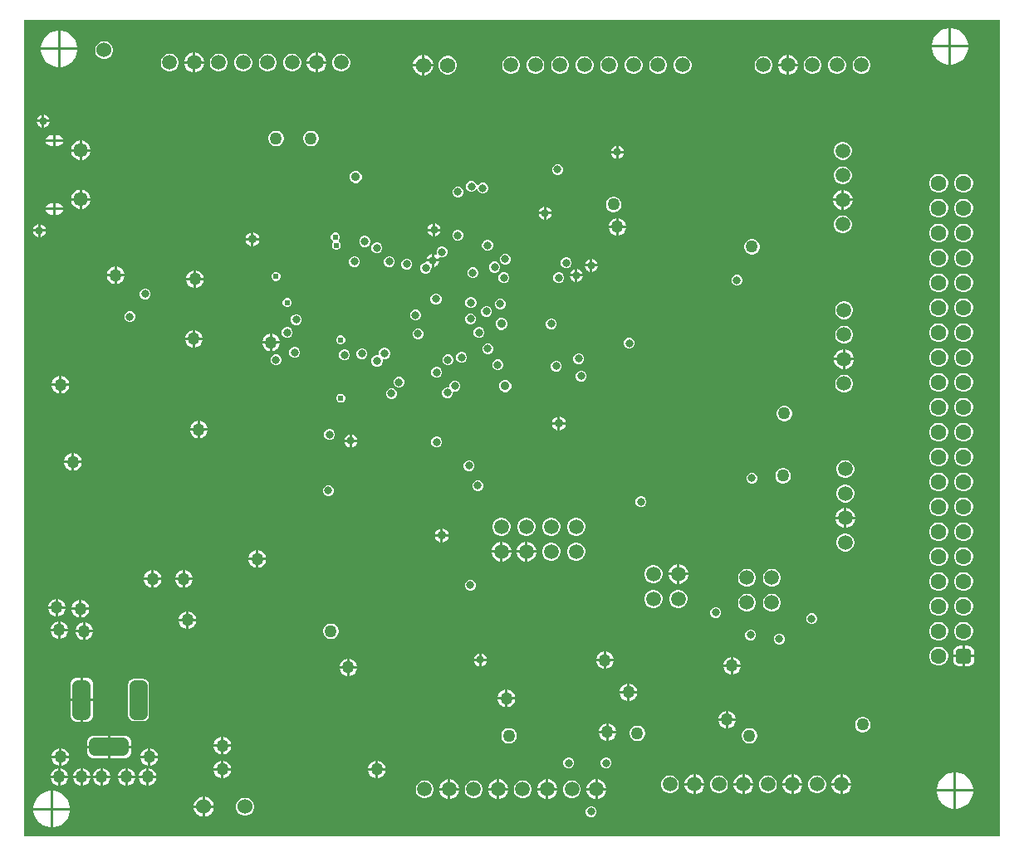
<source format=gbr>
G04*
G04 #@! TF.GenerationSoftware,Altium Limited,Altium Designer,24.2.2 (26)*
G04*
G04 Layer_Physical_Order=2*
G04 Layer_Color=16711833*
%FSLAX44Y44*%
%MOMM*%
G71*
G04*
G04 #@! TF.SameCoordinates,251A4116-46B9-4EB5-9C36-AF9AACF17162*
G04*
G04*
G04 #@! TF.FilePolarity,Positive*
G04*
G01*
G75*
%ADD81C,0.8128*%
%ADD88C,1.5300*%
G04:AMPARAMS|DCode=89|XSize=4mm|YSize=1.8mm|CornerRadius=0.45mm|HoleSize=0mm|Usage=FLASHONLY|Rotation=90.000|XOffset=0mm|YOffset=0mm|HoleType=Round|Shape=RoundedRectangle|*
%AMROUNDEDRECTD89*
21,1,4.0000,0.9000,0,0,90.0*
21,1,3.1000,1.8000,0,0,90.0*
1,1,0.9000,0.4500,1.5500*
1,1,0.9000,0.4500,-1.5500*
1,1,0.9000,-0.4500,-1.5500*
1,1,0.9000,-0.4500,1.5500*
%
%ADD89ROUNDEDRECTD89*%
G04:AMPARAMS|DCode=90|XSize=4mm|YSize=1.8mm|CornerRadius=0.45mm|HoleSize=0mm|Usage=FLASHONLY|Rotation=180.000|XOffset=0mm|YOffset=0mm|HoleType=Round|Shape=RoundedRectangle|*
%AMROUNDEDRECTD90*
21,1,4.0000,0.9000,0,0,180.0*
21,1,3.1000,1.8000,0,0,180.0*
1,1,0.9000,-1.5500,0.4500*
1,1,0.9000,1.5500,0.4500*
1,1,0.9000,1.5500,-0.4500*
1,1,0.9000,-1.5500,-0.4500*
%
%ADD90ROUNDEDRECTD90*%
%ADD91C,1.5080*%
%ADD93C,1.4500*%
%ADD95C,1.5750*%
%ADD97C,1.6000*%
G04:AMPARAMS|DCode=98|XSize=1.6mm|YSize=1.6mm|CornerRadius=0.4mm|HoleSize=0mm|Usage=FLASHONLY|Rotation=270.000|XOffset=0mm|YOffset=0mm|HoleType=Round|Shape=RoundedRectangle|*
%AMROUNDEDRECTD98*
21,1,1.6000,0.8000,0,0,270.0*
21,1,0.8000,1.6000,0,0,270.0*
1,1,0.8000,-0.4000,-0.4000*
1,1,0.8000,-0.4000,0.4000*
1,1,0.8000,0.4000,0.4000*
1,1,0.8000,0.4000,-0.4000*
%
%ADD98ROUNDEDRECTD98*%
%ADD99C,1.5200*%
%ADD100C,1.2700*%
%ADD101C,0.9144*%
%ADD102C,0.6096*%
G36*
X994410Y0D02*
X0D01*
Y833120D01*
X994410D01*
Y0D01*
D02*
G37*
%LPC*%
G36*
X82488Y811814D02*
X80072D01*
X77739Y811189D01*
X75647Y809981D01*
X73939Y808273D01*
X72731Y806181D01*
X72106Y803848D01*
Y801432D01*
X72731Y799099D01*
X73939Y797007D01*
X75647Y795299D01*
X77739Y794091D01*
X80072Y793466D01*
X82488D01*
X84821Y794091D01*
X86913Y795299D01*
X88621Y797007D01*
X89829Y799099D01*
X90454Y801432D01*
Y803848D01*
X89829Y806181D01*
X88621Y808273D01*
X86913Y809981D01*
X84821Y811189D01*
X82488Y811814D01*
D02*
G37*
G36*
X299377Y800020D02*
X299320D01*
Y791210D01*
X308130D01*
Y791267D01*
X307443Y793831D01*
X306116Y796129D01*
X304239Y798006D01*
X301941Y799333D01*
X299377Y800020D01*
D02*
G37*
G36*
X296780D02*
X296723D01*
X294159Y799333D01*
X291861Y798006D01*
X289984Y796129D01*
X288657Y793831D01*
X287970Y791267D01*
Y791210D01*
X296780D01*
Y800020D01*
D02*
G37*
G36*
X174377D02*
X174320D01*
Y791210D01*
X183130D01*
Y791267D01*
X182443Y793831D01*
X181116Y796129D01*
X179239Y798006D01*
X176941Y799333D01*
X174377Y800020D01*
D02*
G37*
G36*
X171780D02*
X171723D01*
X169159Y799333D01*
X166861Y798006D01*
X164984Y796129D01*
X163657Y793831D01*
X162970Y791267D01*
Y791210D01*
X171780D01*
Y800020D01*
D02*
G37*
G36*
X779767Y797480D02*
X779710D01*
Y788670D01*
X788520D01*
Y788727D01*
X787833Y791291D01*
X786506Y793589D01*
X784629Y795466D01*
X782331Y796793D01*
X779767Y797480D01*
D02*
G37*
G36*
X777170D02*
X777113D01*
X774549Y796793D01*
X772251Y795466D01*
X770374Y793589D01*
X769047Y791291D01*
X768360Y788727D01*
Y788670D01*
X777170D01*
Y797480D01*
D02*
G37*
G36*
X407971Y797645D02*
X407870D01*
Y788500D01*
X417015D01*
Y788601D01*
X416305Y791250D01*
X414934Y793625D01*
X412995Y795564D01*
X410620Y796935D01*
X407971Y797645D01*
D02*
G37*
G36*
X405330D02*
X405229D01*
X402580Y796935D01*
X400205Y795564D01*
X398266Y793625D01*
X396895Y791250D01*
X396185Y788601D01*
Y788500D01*
X405330D01*
Y797645D01*
D02*
G37*
G36*
X945436Y824990D02*
X941784D01*
X938202Y824277D01*
X934828Y822880D01*
X931791Y820851D01*
X929209Y818269D01*
X927180Y815232D01*
X925782Y811858D01*
X925070Y808276D01*
Y804624D01*
X925782Y801042D01*
X927180Y797668D01*
X929209Y794631D01*
X931791Y792049D01*
X934828Y790020D01*
X938202Y788623D01*
X941784Y787910D01*
X945436D01*
X949018Y788623D01*
X952392Y790020D01*
X955429Y792049D01*
X958011Y794631D01*
X960040Y797668D01*
X961438Y801042D01*
X962150Y804624D01*
Y808276D01*
X961438Y811858D01*
X960040Y815232D01*
X958011Y818269D01*
X955429Y820851D01*
X952392Y822880D01*
X949018Y824277D01*
X945436Y824990D01*
D02*
G37*
G36*
X37386Y822450D02*
X33734D01*
X30152Y821738D01*
X26778Y820340D01*
X23741Y818311D01*
X21159Y815729D01*
X19130Y812692D01*
X17732Y809318D01*
X17020Y805736D01*
Y802084D01*
X17732Y798502D01*
X19130Y795128D01*
X21159Y792091D01*
X23741Y789509D01*
X26778Y787480D01*
X30152Y786083D01*
X33734Y785370D01*
X37386D01*
X40968Y786083D01*
X44342Y787480D01*
X47379Y789509D01*
X49961Y792091D01*
X51990Y795128D01*
X53387Y798502D01*
X54100Y802084D01*
Y805736D01*
X53387Y809318D01*
X51990Y812692D01*
X49961Y815729D01*
X47379Y818311D01*
X44342Y820340D01*
X40968Y821738D01*
X37386Y822450D01*
D02*
G37*
G36*
X324243Y799004D02*
X321857D01*
X319551Y798386D01*
X317485Y797193D01*
X315797Y795505D01*
X314604Y793439D01*
X313986Y791133D01*
Y788747D01*
X314604Y786441D01*
X315797Y784375D01*
X317485Y782687D01*
X319551Y781494D01*
X321857Y780876D01*
X324243D01*
X326549Y781494D01*
X328615Y782687D01*
X330303Y784375D01*
X331496Y786441D01*
X332114Y788747D01*
Y791133D01*
X331496Y793439D01*
X330303Y795505D01*
X328615Y797193D01*
X326549Y798386D01*
X324243Y799004D01*
D02*
G37*
G36*
X274243D02*
X271857D01*
X269551Y798386D01*
X267485Y797193D01*
X265797Y795505D01*
X264604Y793439D01*
X263986Y791133D01*
Y788747D01*
X264604Y786441D01*
X265797Y784375D01*
X267485Y782687D01*
X269551Y781494D01*
X271857Y780876D01*
X274243D01*
X276549Y781494D01*
X278615Y782687D01*
X280303Y784375D01*
X281496Y786441D01*
X282114Y788747D01*
Y791133D01*
X281496Y793439D01*
X280303Y795505D01*
X278615Y797193D01*
X276549Y798386D01*
X274243Y799004D01*
D02*
G37*
G36*
X249243D02*
X246857D01*
X244551Y798386D01*
X242485Y797193D01*
X240797Y795505D01*
X239604Y793439D01*
X238986Y791133D01*
Y788747D01*
X239604Y786441D01*
X240797Y784375D01*
X242485Y782687D01*
X244551Y781494D01*
X246857Y780876D01*
X249243D01*
X251549Y781494D01*
X253615Y782687D01*
X255303Y784375D01*
X256496Y786441D01*
X257114Y788747D01*
Y791133D01*
X256496Y793439D01*
X255303Y795505D01*
X253615Y797193D01*
X251549Y798386D01*
X249243Y799004D01*
D02*
G37*
G36*
X224243D02*
X221857D01*
X219551Y798386D01*
X217485Y797193D01*
X215797Y795505D01*
X214604Y793439D01*
X213986Y791133D01*
Y788747D01*
X214604Y786441D01*
X215797Y784375D01*
X217485Y782687D01*
X219551Y781494D01*
X221857Y780876D01*
X224243D01*
X226549Y781494D01*
X228615Y782687D01*
X230303Y784375D01*
X231496Y786441D01*
X232114Y788747D01*
Y791133D01*
X231496Y793439D01*
X230303Y795505D01*
X228615Y797193D01*
X226549Y798386D01*
X224243Y799004D01*
D02*
G37*
G36*
X199243D02*
X196857D01*
X194551Y798386D01*
X192485Y797193D01*
X190797Y795505D01*
X189604Y793439D01*
X188986Y791133D01*
Y788747D01*
X189604Y786441D01*
X190797Y784375D01*
X192485Y782687D01*
X194551Y781494D01*
X196857Y780876D01*
X199243D01*
X201549Y781494D01*
X203615Y782687D01*
X205303Y784375D01*
X206496Y786441D01*
X207114Y788747D01*
Y791133D01*
X206496Y793439D01*
X205303Y795505D01*
X203615Y797193D01*
X201549Y798386D01*
X199243Y799004D01*
D02*
G37*
G36*
X149243D02*
X146857D01*
X144551Y798386D01*
X142485Y797193D01*
X140797Y795505D01*
X139604Y793439D01*
X138986Y791133D01*
Y788747D01*
X139604Y786441D01*
X140797Y784375D01*
X142485Y782687D01*
X144551Y781494D01*
X146857Y780876D01*
X149243D01*
X151549Y781494D01*
X153615Y782687D01*
X155303Y784375D01*
X156496Y786441D01*
X157114Y788747D01*
Y791133D01*
X156496Y793439D01*
X155303Y795505D01*
X153615Y797193D01*
X151549Y798386D01*
X149243Y799004D01*
D02*
G37*
G36*
X308130Y788670D02*
X299320D01*
Y779860D01*
X299377D01*
X301941Y780547D01*
X304239Y781874D01*
X306116Y783751D01*
X307443Y786049D01*
X308130Y788613D01*
Y788670D01*
D02*
G37*
G36*
X296780D02*
X287970D01*
Y788613D01*
X288657Y786049D01*
X289984Y783751D01*
X291861Y781874D01*
X294159Y780547D01*
X296723Y779860D01*
X296780D01*
Y788670D01*
D02*
G37*
G36*
X183130D02*
X174320D01*
Y779860D01*
X174377D01*
X176941Y780547D01*
X179239Y781874D01*
X181116Y783751D01*
X182443Y786049D01*
X183130Y788613D01*
Y788670D01*
D02*
G37*
G36*
X171780D02*
X162970D01*
Y788613D01*
X163657Y786049D01*
X164984Y783751D01*
X166861Y781874D01*
X169159Y780547D01*
X171723Y779860D01*
X171780D01*
Y788670D01*
D02*
G37*
G36*
X854633Y796464D02*
X852247D01*
X849941Y795846D01*
X847875Y794653D01*
X846187Y792965D01*
X844994Y790899D01*
X844376Y788593D01*
Y786207D01*
X844994Y783901D01*
X846187Y781835D01*
X847875Y780147D01*
X849941Y778954D01*
X852247Y778336D01*
X854633D01*
X856939Y778954D01*
X859005Y780147D01*
X860693Y781835D01*
X861886Y783901D01*
X862504Y786207D01*
Y788593D01*
X861886Y790899D01*
X860693Y792965D01*
X859005Y794653D01*
X856939Y795846D01*
X854633Y796464D01*
D02*
G37*
G36*
X829633D02*
X827247D01*
X824941Y795846D01*
X822875Y794653D01*
X821187Y792965D01*
X819994Y790899D01*
X819376Y788593D01*
Y786207D01*
X819994Y783901D01*
X821187Y781835D01*
X822875Y780147D01*
X824941Y778954D01*
X827247Y778336D01*
X829633D01*
X831939Y778954D01*
X834005Y780147D01*
X835693Y781835D01*
X836886Y783901D01*
X837504Y786207D01*
Y788593D01*
X836886Y790899D01*
X835693Y792965D01*
X834005Y794653D01*
X831939Y795846D01*
X829633Y796464D01*
D02*
G37*
G36*
X804633D02*
X802247D01*
X799941Y795846D01*
X797875Y794653D01*
X796187Y792965D01*
X794994Y790899D01*
X794376Y788593D01*
Y786207D01*
X794994Y783901D01*
X796187Y781835D01*
X797875Y780147D01*
X799941Y778954D01*
X802247Y778336D01*
X804633D01*
X806939Y778954D01*
X809005Y780147D01*
X810693Y781835D01*
X811886Y783901D01*
X812504Y786207D01*
Y788593D01*
X811886Y790899D01*
X810693Y792965D01*
X809005Y794653D01*
X806939Y795846D01*
X804633Y796464D01*
D02*
G37*
G36*
X754633D02*
X752247D01*
X749941Y795846D01*
X747875Y794653D01*
X746187Y792965D01*
X744994Y790899D01*
X744376Y788593D01*
Y786207D01*
X744994Y783901D01*
X746187Y781835D01*
X747875Y780147D01*
X749941Y778954D01*
X752247Y778336D01*
X754633D01*
X756939Y778954D01*
X759005Y780147D01*
X760693Y781835D01*
X761886Y783901D01*
X762504Y786207D01*
Y788593D01*
X761886Y790899D01*
X760693Y792965D01*
X759005Y794653D01*
X756939Y795846D01*
X754633Y796464D01*
D02*
G37*
G36*
X672223D02*
X669837D01*
X667531Y795846D01*
X665465Y794653D01*
X663777Y792965D01*
X662584Y790899D01*
X661966Y788593D01*
Y786207D01*
X662584Y783901D01*
X663777Y781835D01*
X665465Y780147D01*
X667531Y778954D01*
X669837Y778336D01*
X672223D01*
X674529Y778954D01*
X676595Y780147D01*
X678283Y781835D01*
X679476Y783901D01*
X680094Y786207D01*
Y788593D01*
X679476Y790899D01*
X678283Y792965D01*
X676595Y794653D01*
X674529Y795846D01*
X672223Y796464D01*
D02*
G37*
G36*
X647223D02*
X644837D01*
X642531Y795846D01*
X640465Y794653D01*
X638777Y792965D01*
X637584Y790899D01*
X636966Y788593D01*
Y786207D01*
X637584Y783901D01*
X638777Y781835D01*
X640465Y780147D01*
X642531Y778954D01*
X644837Y778336D01*
X647223D01*
X649529Y778954D01*
X651595Y780147D01*
X653283Y781835D01*
X654476Y783901D01*
X655094Y786207D01*
Y788593D01*
X654476Y790899D01*
X653283Y792965D01*
X651595Y794653D01*
X649529Y795846D01*
X647223Y796464D01*
D02*
G37*
G36*
X622223D02*
X619837D01*
X617531Y795846D01*
X615465Y794653D01*
X613777Y792965D01*
X612584Y790899D01*
X611966Y788593D01*
Y786207D01*
X612584Y783901D01*
X613777Y781835D01*
X615465Y780147D01*
X617531Y778954D01*
X619837Y778336D01*
X622223D01*
X624529Y778954D01*
X626595Y780147D01*
X628283Y781835D01*
X629476Y783901D01*
X630094Y786207D01*
Y788593D01*
X629476Y790899D01*
X628283Y792965D01*
X626595Y794653D01*
X624529Y795846D01*
X622223Y796464D01*
D02*
G37*
G36*
X597223D02*
X594837D01*
X592531Y795846D01*
X590465Y794653D01*
X588777Y792965D01*
X587584Y790899D01*
X586966Y788593D01*
Y786207D01*
X587584Y783901D01*
X588777Y781835D01*
X590465Y780147D01*
X592531Y778954D01*
X594837Y778336D01*
X597223D01*
X599529Y778954D01*
X601595Y780147D01*
X603283Y781835D01*
X604476Y783901D01*
X605094Y786207D01*
Y788593D01*
X604476Y790899D01*
X603283Y792965D01*
X601595Y794653D01*
X599529Y795846D01*
X597223Y796464D01*
D02*
G37*
G36*
X572223D02*
X569837D01*
X567531Y795846D01*
X565465Y794653D01*
X563777Y792965D01*
X562584Y790899D01*
X561966Y788593D01*
Y786207D01*
X562584Y783901D01*
X563777Y781835D01*
X565465Y780147D01*
X567531Y778954D01*
X569837Y778336D01*
X572223D01*
X574529Y778954D01*
X576595Y780147D01*
X578283Y781835D01*
X579476Y783901D01*
X580094Y786207D01*
Y788593D01*
X579476Y790899D01*
X578283Y792965D01*
X576595Y794653D01*
X574529Y795846D01*
X572223Y796464D01*
D02*
G37*
G36*
X547223D02*
X544837D01*
X542531Y795846D01*
X540465Y794653D01*
X538777Y792965D01*
X537584Y790899D01*
X536966Y788593D01*
Y786207D01*
X537584Y783901D01*
X538777Y781835D01*
X540465Y780147D01*
X542531Y778954D01*
X544837Y778336D01*
X547223D01*
X549529Y778954D01*
X551595Y780147D01*
X553283Y781835D01*
X554476Y783901D01*
X555094Y786207D01*
Y788593D01*
X554476Y790899D01*
X553283Y792965D01*
X551595Y794653D01*
X549529Y795846D01*
X547223Y796464D01*
D02*
G37*
G36*
X522223D02*
X519837D01*
X517531Y795846D01*
X515465Y794653D01*
X513777Y792965D01*
X512584Y790899D01*
X511966Y788593D01*
Y786207D01*
X512584Y783901D01*
X513777Y781835D01*
X515465Y780147D01*
X517531Y778954D01*
X519837Y778336D01*
X522223D01*
X524529Y778954D01*
X526595Y780147D01*
X528283Y781835D01*
X529476Y783901D01*
X530094Y786207D01*
Y788593D01*
X529476Y790899D01*
X528283Y792965D01*
X526595Y794653D01*
X524529Y795846D01*
X522223Y796464D01*
D02*
G37*
G36*
X497223D02*
X494837D01*
X492531Y795846D01*
X490465Y794653D01*
X488777Y792965D01*
X487584Y790899D01*
X486966Y788593D01*
Y786207D01*
X487584Y783901D01*
X488777Y781835D01*
X490465Y780147D01*
X492531Y778954D01*
X494837Y778336D01*
X497223D01*
X499529Y778954D01*
X501595Y780147D01*
X503283Y781835D01*
X504476Y783901D01*
X505094Y786207D01*
Y788593D01*
X504476Y790899D01*
X503283Y792965D01*
X501595Y794653D01*
X499529Y795846D01*
X497223Y796464D01*
D02*
G37*
G36*
X432837Y796629D02*
X430363D01*
X427972Y795988D01*
X425829Y794751D01*
X424079Y793001D01*
X422841Y790858D01*
X422201Y788467D01*
Y785993D01*
X422841Y783602D01*
X424079Y781459D01*
X425829Y779709D01*
X427972Y778472D01*
X430363Y777831D01*
X432837D01*
X435228Y778472D01*
X437371Y779709D01*
X439121Y781459D01*
X440359Y783602D01*
X440999Y785993D01*
Y788467D01*
X440359Y790858D01*
X439121Y793001D01*
X437371Y794751D01*
X435228Y795988D01*
X432837Y796629D01*
D02*
G37*
G36*
X788520Y786130D02*
X779710D01*
Y777320D01*
X779767D01*
X782331Y778007D01*
X784629Y779334D01*
X786506Y781211D01*
X787833Y783509D01*
X788520Y786073D01*
Y786130D01*
D02*
G37*
G36*
X777170D02*
X768360D01*
Y786073D01*
X769047Y783509D01*
X770374Y781211D01*
X772251Y779334D01*
X774549Y778007D01*
X777113Y777320D01*
X777170D01*
Y786130D01*
D02*
G37*
G36*
X417015Y785960D02*
X407870D01*
Y776815D01*
X407971D01*
X410620Y777525D01*
X412995Y778896D01*
X414934Y780835D01*
X416305Y783210D01*
X417015Y785859D01*
Y785960D01*
D02*
G37*
G36*
X405330D02*
X396185D01*
Y785859D01*
X396895Y783210D01*
X398266Y780835D01*
X400205Y778896D01*
X402580Y777525D01*
X405229Y776815D01*
X405330D01*
Y785960D01*
D02*
G37*
G36*
X20320Y736747D02*
Y731520D01*
X25547D01*
X25204Y732799D01*
X24334Y734305D01*
X23105Y735535D01*
X21599Y736404D01*
X20320Y736747D01*
D02*
G37*
G36*
X17780D02*
X16501Y736404D01*
X14995Y735535D01*
X13765Y734305D01*
X12896Y732799D01*
X12553Y731520D01*
X17780D01*
Y736747D01*
D02*
G37*
G36*
X25547Y728980D02*
X20320D01*
Y723753D01*
X21599Y724096D01*
X23105Y724966D01*
X24334Y726195D01*
X25204Y727701D01*
X25547Y728980D01*
D02*
G37*
G36*
X17780D02*
X12553D01*
X12896Y727701D01*
X13765Y726195D01*
X14995Y724966D01*
X16501Y724096D01*
X17780Y723753D01*
Y728980D01*
D02*
G37*
G36*
X33980Y716128D02*
X26980D01*
X24818Y715699D01*
X22986Y714474D01*
X21761Y712642D01*
X21332Y710480D01*
X21761Y708318D01*
X22986Y706486D01*
X24818Y705262D01*
X26980Y704831D01*
X33980D01*
X36142Y705262D01*
X37974Y706486D01*
X39199Y708318D01*
X39629Y710480D01*
X39199Y712642D01*
X37974Y714474D01*
X36142Y715699D01*
X33980Y716128D01*
D02*
G37*
G36*
X293137Y720344D02*
X291063D01*
X289061Y719807D01*
X287265Y718771D01*
X285799Y717305D01*
X284763Y715509D01*
X284226Y713507D01*
Y711433D01*
X284763Y709431D01*
X285799Y707635D01*
X287265Y706169D01*
X289061Y705133D01*
X291063Y704596D01*
X293137D01*
X295139Y705133D01*
X296935Y706169D01*
X298401Y707635D01*
X299437Y709431D01*
X299974Y711433D01*
Y713507D01*
X299437Y715509D01*
X298401Y717305D01*
X296935Y718771D01*
X295139Y719807D01*
X293137Y720344D01*
D02*
G37*
G36*
X257577D02*
X255503D01*
X253501Y719807D01*
X251705Y718771D01*
X250239Y717305D01*
X249203Y715509D01*
X248666Y713507D01*
Y711433D01*
X249203Y709431D01*
X250239Y707635D01*
X251705Y706169D01*
X253501Y705133D01*
X255503Y704596D01*
X257577D01*
X259579Y705133D01*
X261375Y706169D01*
X262841Y707635D01*
X263877Y709431D01*
X264414Y711433D01*
Y713507D01*
X263877Y715509D01*
X262841Y717305D01*
X261375Y718771D01*
X259579Y719807D01*
X257577Y720344D01*
D02*
G37*
G36*
X58769Y710270D02*
X58750D01*
Y701750D01*
X67270D01*
Y701769D01*
X66603Y704259D01*
X65314Y706491D01*
X63491Y708314D01*
X61259Y709603D01*
X58769Y710270D01*
D02*
G37*
G36*
X56210D02*
X56191D01*
X53701Y709603D01*
X51469Y708314D01*
X49646Y706491D01*
X48357Y704259D01*
X47690Y701769D01*
Y701750D01*
X56210D01*
Y710270D01*
D02*
G37*
G36*
X605790Y704997D02*
Y699770D01*
X611017D01*
X610674Y701049D01*
X609804Y702555D01*
X608575Y703784D01*
X607069Y704654D01*
X605790Y704997D01*
D02*
G37*
G36*
X603250D02*
X601971Y704654D01*
X600465Y703784D01*
X599235Y702555D01*
X598366Y701049D01*
X598023Y699770D01*
X603250D01*
Y704997D01*
D02*
G37*
G36*
X611017Y697230D02*
X605790D01*
Y692003D01*
X607069Y692346D01*
X608575Y693215D01*
X609804Y694445D01*
X610674Y695951D01*
X611017Y697230D01*
D02*
G37*
G36*
X603250D02*
X598023D01*
X598366Y695951D01*
X599235Y694445D01*
X600465Y693215D01*
X601971Y692346D01*
X603250Y692003D01*
Y697230D01*
D02*
G37*
G36*
X835583Y708904D02*
X833197D01*
X830891Y708286D01*
X828825Y707093D01*
X827137Y705405D01*
X825944Y703339D01*
X825326Y701033D01*
Y698647D01*
X825944Y696341D01*
X827137Y694275D01*
X828825Y692587D01*
X830891Y691394D01*
X833197Y690776D01*
X835583D01*
X837889Y691394D01*
X839955Y692587D01*
X841643Y694275D01*
X842836Y696341D01*
X843454Y698647D01*
Y701033D01*
X842836Y703339D01*
X841643Y705405D01*
X839955Y707093D01*
X837889Y708286D01*
X835583Y708904D01*
D02*
G37*
G36*
X67270Y699210D02*
X58750D01*
Y690690D01*
X58769D01*
X61259Y691357D01*
X63491Y692646D01*
X65314Y694469D01*
X66603Y696701D01*
X67270Y699191D01*
Y699210D01*
D02*
G37*
G36*
X56210D02*
X47690D01*
Y699191D01*
X48357Y696701D01*
X49646Y694469D01*
X51469Y692646D01*
X53701Y691357D01*
X56191Y690690D01*
X56210D01*
Y699210D01*
D02*
G37*
G36*
X544672Y686308D02*
X542449D01*
X540395Y685457D01*
X538823Y683885D01*
X537972Y681832D01*
Y679609D01*
X538823Y677555D01*
X540395Y675983D01*
X542449Y675132D01*
X544672D01*
X546725Y675983D01*
X548297Y677555D01*
X549148Y679609D01*
Y681832D01*
X548297Y683885D01*
X546725Y685457D01*
X544672Y686308D01*
D02*
G37*
G36*
X339033Y679196D02*
X336607D01*
X334367Y678268D01*
X332652Y676553D01*
X331724Y674313D01*
Y671887D01*
X332652Y669647D01*
X334367Y667932D01*
X336607Y667004D01*
X339033D01*
X341273Y667932D01*
X342988Y669647D01*
X343916Y671887D01*
Y674313D01*
X342988Y676553D01*
X341273Y678268D01*
X339033Y679196D01*
D02*
G37*
G36*
X835583Y683904D02*
X833197D01*
X830891Y683286D01*
X828825Y682093D01*
X827137Y680405D01*
X825944Y678339D01*
X825326Y676033D01*
Y673647D01*
X825944Y671341D01*
X827137Y669275D01*
X828825Y667587D01*
X830891Y666394D01*
X833197Y665776D01*
X835583D01*
X837889Y666394D01*
X839955Y667587D01*
X841643Y669275D01*
X842836Y671341D01*
X843454Y673647D01*
Y676033D01*
X842836Y678339D01*
X841643Y680405D01*
X839955Y682093D01*
X837889Y683286D01*
X835583Y683904D01*
D02*
G37*
G36*
X958834Y676274D02*
X956326D01*
X953904Y675625D01*
X951732Y674371D01*
X949959Y672598D01*
X948705Y670426D01*
X948056Y668004D01*
Y665496D01*
X948705Y663074D01*
X949959Y660902D01*
X951732Y659129D01*
X953904Y657875D01*
X956326Y657226D01*
X958834D01*
X961256Y657875D01*
X963428Y659129D01*
X965201Y660902D01*
X966455Y663074D01*
X967104Y665496D01*
Y668004D01*
X966455Y670426D01*
X965201Y672598D01*
X963428Y674371D01*
X961256Y675625D01*
X958834Y676274D01*
D02*
G37*
G36*
X933434D02*
X930926D01*
X928504Y675625D01*
X926332Y674371D01*
X924559Y672598D01*
X923305Y670426D01*
X922656Y668004D01*
Y665496D01*
X923305Y663074D01*
X924559Y660902D01*
X926332Y659129D01*
X928504Y657875D01*
X930926Y657226D01*
X933434D01*
X935856Y657875D01*
X938028Y659129D01*
X939801Y660902D01*
X941055Y663074D01*
X941704Y665496D01*
Y668004D01*
X941055Y670426D01*
X939801Y672598D01*
X938028Y674371D01*
X935856Y675625D01*
X933434Y676274D01*
D02*
G37*
G36*
X456820Y668950D02*
X454597D01*
X452543Y668099D01*
X450971Y666527D01*
X450121Y664474D01*
Y662251D01*
X450971Y660197D01*
X452543Y658625D01*
X454597Y657774D01*
X456820D01*
X458874Y658625D01*
X460446Y660197D01*
X460549Y660445D01*
X461002Y660487D01*
X461871Y660319D01*
X462623Y658505D01*
X464195Y656933D01*
X466249Y656082D01*
X468471D01*
X470525Y656933D01*
X472097Y658505D01*
X472948Y660558D01*
Y662782D01*
X472097Y664835D01*
X470525Y666407D01*
X468471Y667258D01*
X466249D01*
X464195Y666407D01*
X462623Y664835D01*
X462520Y664587D01*
X462067Y664545D01*
X461198Y664713D01*
X460446Y666527D01*
X458874Y668099D01*
X456820Y668950D01*
D02*
G37*
G36*
X443072Y663448D02*
X440849D01*
X438795Y662597D01*
X437223Y661025D01*
X436372Y658971D01*
Y656749D01*
X437223Y654695D01*
X438795Y653123D01*
X440849Y652272D01*
X443072D01*
X445125Y653123D01*
X446697Y654695D01*
X447548Y656749D01*
Y658971D01*
X446697Y661025D01*
X445125Y662597D01*
X443072Y663448D01*
D02*
G37*
G36*
X58769Y660270D02*
X58750D01*
Y651750D01*
X67270D01*
Y651769D01*
X66603Y654259D01*
X65314Y656491D01*
X63491Y658314D01*
X61259Y659603D01*
X58769Y660270D01*
D02*
G37*
G36*
X56210D02*
X56191D01*
X53701Y659603D01*
X51469Y658314D01*
X49646Y656491D01*
X48357Y654259D01*
X47690Y651769D01*
Y651750D01*
X56210D01*
Y660270D01*
D02*
G37*
G36*
X835717Y659920D02*
X835660D01*
Y651110D01*
X844470D01*
Y651167D01*
X843783Y653731D01*
X842456Y656029D01*
X840579Y657906D01*
X838281Y659233D01*
X835717Y659920D01*
D02*
G37*
G36*
X833120D02*
X833063D01*
X830499Y659233D01*
X828201Y657906D01*
X826324Y656029D01*
X824997Y653731D01*
X824310Y651167D01*
Y651110D01*
X833120D01*
Y659920D01*
D02*
G37*
G36*
X67270Y649210D02*
X58750D01*
Y640690D01*
X58769D01*
X61259Y641357D01*
X63491Y642646D01*
X65314Y644469D01*
X66603Y646701D01*
X67270Y649191D01*
Y649210D01*
D02*
G37*
G36*
X56210D02*
X47690D01*
Y649191D01*
X48357Y646701D01*
X49646Y644469D01*
X51469Y642646D01*
X53701Y641357D01*
X56191Y640690D01*
X56210D01*
Y649210D01*
D02*
G37*
G36*
X844470Y648570D02*
X835660D01*
Y639760D01*
X835717D01*
X838281Y640447D01*
X840579Y641774D01*
X842456Y643651D01*
X843783Y645949D01*
X844470Y648513D01*
Y648570D01*
D02*
G37*
G36*
X833120D02*
X824310D01*
Y648513D01*
X824997Y645949D01*
X826324Y643651D01*
X828201Y641774D01*
X830499Y640447D01*
X833063Y639760D01*
X833120D01*
Y648570D01*
D02*
G37*
G36*
X532130Y642767D02*
Y637540D01*
X537357D01*
X537014Y638819D01*
X536144Y640325D01*
X534915Y641554D01*
X533409Y642424D01*
X532130Y642767D01*
D02*
G37*
G36*
X529590D02*
X528311Y642424D01*
X526805Y641554D01*
X525575Y640325D01*
X524706Y638819D01*
X524363Y637540D01*
X529590D01*
Y642767D01*
D02*
G37*
G36*
X601747Y653034D02*
X599673D01*
X597671Y652497D01*
X595875Y651461D01*
X594409Y649995D01*
X593373Y648199D01*
X592836Y646197D01*
Y644123D01*
X593373Y642121D01*
X594409Y640325D01*
X595875Y638859D01*
X597671Y637823D01*
X599673Y637286D01*
X601747D01*
X603749Y637823D01*
X605545Y638859D01*
X607011Y640325D01*
X608047Y642121D01*
X608584Y644123D01*
Y646197D01*
X608047Y648199D01*
X607011Y649995D01*
X605545Y651461D01*
X603749Y652497D01*
X601747Y653034D01*
D02*
G37*
G36*
X33980Y646128D02*
X26980D01*
X24818Y645699D01*
X22986Y644474D01*
X21761Y642642D01*
X21332Y640480D01*
X21761Y638318D01*
X22986Y636486D01*
X24818Y635261D01*
X26980Y634832D01*
X33980D01*
X36142Y635261D01*
X37974Y636486D01*
X39199Y638318D01*
X39629Y640480D01*
X39199Y642642D01*
X37974Y644474D01*
X36142Y645699D01*
X33980Y646128D01*
D02*
G37*
G36*
X958834Y650874D02*
X956326D01*
X953904Y650225D01*
X951732Y648971D01*
X949959Y647198D01*
X948705Y645026D01*
X948056Y642604D01*
Y640096D01*
X948705Y637674D01*
X949959Y635502D01*
X951732Y633729D01*
X953904Y632475D01*
X956326Y631826D01*
X958834D01*
X961256Y632475D01*
X963428Y633729D01*
X965201Y635502D01*
X966455Y637674D01*
X967104Y640096D01*
Y642604D01*
X966455Y645026D01*
X965201Y647198D01*
X963428Y648971D01*
X961256Y650225D01*
X958834Y650874D01*
D02*
G37*
G36*
X933434D02*
X930926D01*
X928504Y650225D01*
X926332Y648971D01*
X924559Y647198D01*
X923305Y645026D01*
X922656Y642604D01*
Y640096D01*
X923305Y637674D01*
X924559Y635502D01*
X926332Y633729D01*
X928504Y632475D01*
X930926Y631826D01*
X933434D01*
X935856Y632475D01*
X938028Y633729D01*
X939801Y635502D01*
X941055Y637674D01*
X941704Y640096D01*
Y642604D01*
X941055Y645026D01*
X939801Y647198D01*
X938028Y648971D01*
X935856Y650225D01*
X933434Y650874D01*
D02*
G37*
G36*
X537357Y635000D02*
X532130D01*
Y629773D01*
X533409Y630116D01*
X534915Y630985D01*
X536144Y632215D01*
X537014Y633721D01*
X537357Y635000D01*
D02*
G37*
G36*
X529590D02*
X524363D01*
X524706Y633721D01*
X525575Y632215D01*
X526805Y630985D01*
X528311Y630116D01*
X529590Y629773D01*
Y635000D01*
D02*
G37*
G36*
X605790Y631163D02*
Y623570D01*
X613383D01*
X612804Y625731D01*
X611634Y627759D01*
X609979Y629414D01*
X607951Y630584D01*
X605790Y631163D01*
D02*
G37*
G36*
X603250D02*
X601089Y630584D01*
X599061Y629414D01*
X597406Y627759D01*
X596236Y625731D01*
X595657Y623570D01*
X603250D01*
Y631163D01*
D02*
G37*
G36*
X418964Y625636D02*
Y620409D01*
X424191D01*
X423848Y621688D01*
X422979Y623194D01*
X421749Y624423D01*
X420243Y625293D01*
X418964Y625636D01*
D02*
G37*
G36*
X416424D02*
X415145Y625293D01*
X413639Y624423D01*
X412410Y623194D01*
X411540Y621688D01*
X411197Y620409D01*
X416424D01*
Y625636D01*
D02*
G37*
G36*
X16510Y624987D02*
Y619760D01*
X21737D01*
X21394Y621039D01*
X20524Y622545D01*
X19295Y623774D01*
X17789Y624644D01*
X16510Y624987D01*
D02*
G37*
G36*
X13970D02*
X12691Y624644D01*
X11185Y623774D01*
X9955Y622545D01*
X9086Y621039D01*
X8743Y619760D01*
X13970D01*
Y624987D01*
D02*
G37*
G36*
X835583Y633904D02*
X833197D01*
X830891Y633286D01*
X828825Y632093D01*
X827137Y630405D01*
X825944Y628339D01*
X825326Y626033D01*
Y623647D01*
X825944Y621341D01*
X827137Y619275D01*
X828825Y617587D01*
X830891Y616394D01*
X833197Y615776D01*
X835583D01*
X837889Y616394D01*
X839955Y617587D01*
X841643Y619275D01*
X842836Y621341D01*
X843454Y623647D01*
Y626033D01*
X842836Y628339D01*
X841643Y630405D01*
X839955Y632093D01*
X837889Y633286D01*
X835583Y633904D01*
D02*
G37*
G36*
X613383Y621030D02*
X605790D01*
Y613437D01*
X607951Y614016D01*
X609979Y615186D01*
X611634Y616841D01*
X612804Y618869D01*
X613383Y621030D01*
D02*
G37*
G36*
X603250D02*
X595657D01*
X596236Y618869D01*
X597406Y616841D01*
X599061Y615186D01*
X601089Y614016D01*
X603250Y613437D01*
Y621030D01*
D02*
G37*
G36*
X424191Y617869D02*
X418964D01*
Y612642D01*
X420243Y612985D01*
X421749Y613854D01*
X422979Y615084D01*
X423848Y616590D01*
X424191Y617869D01*
D02*
G37*
G36*
X416424D02*
X411197D01*
X411540Y616590D01*
X412410Y615084D01*
X413639Y613854D01*
X415145Y612985D01*
X416424Y612642D01*
Y617869D01*
D02*
G37*
G36*
X21737Y617220D02*
X16510D01*
Y611993D01*
X17789Y612336D01*
X19295Y613205D01*
X20524Y614435D01*
X21394Y615941D01*
X21737Y617220D01*
D02*
G37*
G36*
X13970D02*
X8743D01*
X9086Y615941D01*
X9955Y614435D01*
X11185Y613205D01*
X12691Y612336D01*
X13970Y611993D01*
Y617220D01*
D02*
G37*
G36*
X233680Y616623D02*
Y610870D01*
X239433D01*
X239037Y612345D01*
X238101Y613967D01*
X236777Y615291D01*
X235155Y616227D01*
X233680Y616623D01*
D02*
G37*
G36*
X231140D02*
X229665Y616227D01*
X228043Y615291D01*
X226719Y613967D01*
X225783Y612345D01*
X225387Y610870D01*
X231140D01*
Y616623D01*
D02*
G37*
G36*
X442852Y619156D02*
X440629D01*
X438575Y618306D01*
X437003Y616734D01*
X436152Y614680D01*
Y612457D01*
X437003Y610403D01*
X438575Y608831D01*
X440629Y607980D01*
X442852D01*
X444906Y608831D01*
X446477Y610403D01*
X447328Y612457D01*
Y614680D01*
X446477Y616734D01*
X444906Y618306D01*
X442852Y619156D01*
D02*
G37*
G36*
X958834Y625474D02*
X956326D01*
X953904Y624825D01*
X951732Y623571D01*
X949959Y621798D01*
X948705Y619626D01*
X948056Y617204D01*
Y614696D01*
X948705Y612274D01*
X949959Y610102D01*
X951732Y608329D01*
X953904Y607075D01*
X956326Y606426D01*
X958834D01*
X961256Y607075D01*
X963428Y608329D01*
X965201Y610102D01*
X966455Y612274D01*
X967104Y614696D01*
Y617204D01*
X966455Y619626D01*
X965201Y621798D01*
X963428Y623571D01*
X961256Y624825D01*
X958834Y625474D01*
D02*
G37*
G36*
X933434D02*
X930926D01*
X928504Y624825D01*
X926332Y623571D01*
X924559Y621798D01*
X923305Y619626D01*
X922656Y617204D01*
Y614696D01*
X923305Y612274D01*
X924559Y610102D01*
X926332Y608329D01*
X928504Y607075D01*
X930926Y606426D01*
X933434D01*
X935856Y607075D01*
X938028Y608329D01*
X939801Y610102D01*
X941055Y612274D01*
X941704Y614696D01*
Y617204D01*
X941055Y619626D01*
X939801Y621798D01*
X938028Y623571D01*
X935856Y624825D01*
X933434Y625474D01*
D02*
G37*
G36*
X239433Y608330D02*
X233680D01*
Y602577D01*
X235155Y602973D01*
X236777Y603909D01*
X238101Y605233D01*
X239037Y606855D01*
X239433Y608330D01*
D02*
G37*
G36*
X231140D02*
X225387D01*
X225783Y606855D01*
X226719Y605233D01*
X228043Y603909D01*
X229665Y602973D01*
X231140Y602577D01*
Y608330D01*
D02*
G37*
G36*
X348075Y612902D02*
X345853D01*
X343799Y612051D01*
X342227Y610479D01*
X341376Y608425D01*
Y606203D01*
X342227Y604149D01*
X343799Y602577D01*
X345853Y601726D01*
X348075D01*
X350129Y602577D01*
X351701Y604149D01*
X352552Y606203D01*
Y608425D01*
X351701Y610479D01*
X350129Y612051D01*
X348075Y612902D01*
D02*
G37*
G36*
X318010Y616372D02*
X316191D01*
X314511Y615676D01*
X313225Y614390D01*
X312529Y612709D01*
Y610891D01*
X313225Y609210D01*
X314511Y607924D01*
X314757Y606447D01*
X314149Y605840D01*
X313453Y604159D01*
Y602341D01*
X314149Y600660D01*
X315436Y599374D01*
X317116Y598678D01*
X318935D01*
X320615Y599374D01*
X321901Y600660D01*
X322597Y602341D01*
Y604159D01*
X321901Y605840D01*
X320615Y607126D01*
X320369Y608602D01*
X320977Y609210D01*
X321673Y610891D01*
Y612709D01*
X320977Y614390D01*
X319691Y615676D01*
X318010Y616372D01*
D02*
G37*
G36*
X473320Y609070D02*
X471097D01*
X469043Y608219D01*
X467471Y606647D01*
X466620Y604593D01*
Y602370D01*
X467471Y600316D01*
X469043Y598744D01*
X471097Y597893D01*
X473320D01*
X475374Y598744D01*
X476946Y600316D01*
X477797Y602370D01*
Y604593D01*
X476946Y606647D01*
X475374Y608219D01*
X473320Y609070D01*
D02*
G37*
G36*
X360522Y606298D02*
X358298D01*
X356245Y605447D01*
X354673Y603875D01*
X353822Y601822D01*
Y599599D01*
X354673Y597545D01*
X356245Y595973D01*
X358298Y595122D01*
X360522D01*
X362575Y595973D01*
X364147Y597545D01*
X364998Y599599D01*
Y601822D01*
X364147Y603875D01*
X362575Y605447D01*
X360522Y606298D01*
D02*
G37*
G36*
X742717Y609854D02*
X740643D01*
X738641Y609317D01*
X736845Y608281D01*
X735379Y606815D01*
X734343Y605019D01*
X733806Y603017D01*
Y600943D01*
X734343Y598941D01*
X735379Y597145D01*
X736845Y595679D01*
X738641Y594643D01*
X740643Y594106D01*
X742717D01*
X744719Y594643D01*
X746515Y595679D01*
X747981Y597145D01*
X749017Y598941D01*
X749554Y600943D01*
Y603017D01*
X749017Y605019D01*
X747981Y606815D01*
X746515Y608281D01*
X744719Y609317D01*
X742717Y609854D01*
D02*
G37*
G36*
X426791Y602258D02*
X424568D01*
X422514Y601408D01*
X420942Y599836D01*
X420092Y597782D01*
Y595559D01*
X420442Y594713D01*
X419434Y593828D01*
X418855Y594163D01*
X417576Y594505D01*
Y589279D01*
X422803D01*
X422460Y590558D01*
X422442Y590588D01*
X423327Y591596D01*
X424568Y591082D01*
X426791D01*
X428845Y591933D01*
X430417Y593505D01*
X431268Y595559D01*
Y597782D01*
X430417Y599836D01*
X428845Y601408D01*
X426791Y602258D01*
D02*
G37*
G36*
X415036Y594505D02*
X413757Y594163D01*
X412251Y593293D01*
X411021Y592064D01*
X410152Y590558D01*
X409809Y589279D01*
X415036D01*
Y594505D01*
D02*
G37*
G36*
X579120Y589427D02*
Y584200D01*
X584347D01*
X584004Y585479D01*
X583134Y586985D01*
X581905Y588214D01*
X580399Y589084D01*
X579120Y589427D01*
D02*
G37*
G36*
X576580D02*
X575301Y589084D01*
X573795Y588214D01*
X572565Y586985D01*
X571696Y585479D01*
X571353Y584200D01*
X576580D01*
Y589427D01*
D02*
G37*
G36*
X491331Y594868D02*
X489109D01*
X487055Y594017D01*
X485483Y592445D01*
X484632Y590392D01*
Y588168D01*
X485483Y586115D01*
X487055Y584543D01*
X489109Y583692D01*
X491331D01*
X493385Y584543D01*
X494957Y586115D01*
X495808Y588168D01*
Y590392D01*
X494957Y592445D01*
X493385Y594017D01*
X491331Y594868D01*
D02*
G37*
G36*
X422803Y586739D02*
X417576D01*
Y581512D01*
X418855Y581855D01*
X420361Y582724D01*
X421590Y583954D01*
X422460Y585460D01*
X422803Y586739D01*
D02*
G37*
G36*
X373222Y592328D02*
X370998D01*
X368945Y591477D01*
X367373Y589905D01*
X366522Y587851D01*
Y585629D01*
X367373Y583575D01*
X368945Y582003D01*
X370998Y581152D01*
X373222D01*
X375275Y582003D01*
X376847Y583575D01*
X377698Y585629D01*
Y587851D01*
X376847Y589905D01*
X375275Y591477D01*
X373222Y592328D01*
D02*
G37*
G36*
X337662D02*
X335438D01*
X333385Y591477D01*
X331813Y589905D01*
X330962Y587851D01*
Y585629D01*
X331813Y583575D01*
X333385Y582003D01*
X335438Y581152D01*
X337662D01*
X339715Y582003D01*
X341287Y583575D01*
X342138Y585629D01*
Y587851D01*
X341287Y589905D01*
X339715Y591477D01*
X337662Y592328D01*
D02*
G37*
G36*
X958834Y600074D02*
X956326D01*
X953904Y599425D01*
X951732Y598171D01*
X949959Y596398D01*
X948705Y594226D01*
X948056Y591804D01*
Y589296D01*
X948705Y586874D01*
X949959Y584702D01*
X951732Y582929D01*
X953904Y581675D01*
X956326Y581026D01*
X958834D01*
X961256Y581675D01*
X963428Y582929D01*
X965201Y584702D01*
X966455Y586874D01*
X967104Y589296D01*
Y591804D01*
X966455Y594226D01*
X965201Y596398D01*
X963428Y598171D01*
X961256Y599425D01*
X958834Y600074D01*
D02*
G37*
G36*
X933434D02*
X930926D01*
X928504Y599425D01*
X926332Y598171D01*
X924559Y596398D01*
X923305Y594226D01*
X922656Y591804D01*
Y589296D01*
X923305Y586874D01*
X924559Y584702D01*
X926332Y582929D01*
X928504Y581675D01*
X930926Y581026D01*
X933434D01*
X935856Y581675D01*
X938028Y582929D01*
X939801Y584702D01*
X941055Y586874D01*
X941704Y589296D01*
Y591804D01*
X941055Y594226D01*
X939801Y596398D01*
X938028Y598171D01*
X935856Y599425D01*
X933434Y600074D01*
D02*
G37*
G36*
X553562Y591058D02*
X551339D01*
X549285Y590207D01*
X547713Y588635D01*
X546862Y586581D01*
Y584358D01*
X547713Y582305D01*
X549285Y580733D01*
X551339Y579882D01*
X553562D01*
X555615Y580733D01*
X557187Y582305D01*
X558038Y584358D01*
Y586581D01*
X557187Y588635D01*
X555615Y590207D01*
X553562Y591058D01*
D02*
G37*
G36*
X391002Y589788D02*
X388778D01*
X386725Y588937D01*
X385153Y587365D01*
X384302Y585312D01*
Y583088D01*
X385153Y581035D01*
X386725Y579463D01*
X388778Y578612D01*
X391002D01*
X393055Y579463D01*
X394627Y581035D01*
X395478Y583088D01*
Y585312D01*
X394627Y587365D01*
X393055Y588937D01*
X391002Y589788D01*
D02*
G37*
G36*
X584347Y581660D02*
X579120D01*
Y576433D01*
X580399Y576776D01*
X581905Y577645D01*
X583134Y578875D01*
X584004Y580381D01*
X584347Y581660D01*
D02*
G37*
G36*
X576580D02*
X571353D01*
X571696Y580381D01*
X572565Y578875D01*
X573795Y577645D01*
X575301Y576776D01*
X576580Y576433D01*
Y581660D01*
D02*
G37*
G36*
X480620Y586786D02*
X478396D01*
X476343Y585936D01*
X474771Y584364D01*
X473920Y582310D01*
Y580087D01*
X474771Y578033D01*
X476343Y576461D01*
X478396Y575610D01*
X480620D01*
X482673Y576461D01*
X484245Y578033D01*
X485096Y580087D01*
Y582310D01*
X484245Y584364D01*
X482673Y585936D01*
X480620Y586786D01*
D02*
G37*
G36*
X415036Y586739D02*
X409791D01*
X409032Y585748D01*
X408058D01*
X406004Y584897D01*
X404432Y583326D01*
X403582Y581272D01*
Y579049D01*
X404432Y576995D01*
X406004Y575423D01*
X408058Y574572D01*
X410281D01*
X412335Y575423D01*
X413907Y576995D01*
X414758Y579049D01*
Y580272D01*
X415036Y580736D01*
Y586739D01*
D02*
G37*
G36*
X563880Y579267D02*
Y574040D01*
X569107D01*
X568764Y575319D01*
X567895Y576825D01*
X566665Y578055D01*
X565159Y578924D01*
X563880Y579267D01*
D02*
G37*
G36*
X561340D02*
X560061Y578924D01*
X558555Y578055D01*
X557326Y576825D01*
X556456Y575319D01*
X556113Y574040D01*
X561340D01*
Y579267D01*
D02*
G37*
G36*
X94234Y581633D02*
Y574040D01*
X101827D01*
X101248Y576201D01*
X100078Y578229D01*
X98423Y579884D01*
X96395Y581054D01*
X94234Y581633D01*
D02*
G37*
G36*
X91694D02*
X89533Y581054D01*
X87505Y579884D01*
X85850Y578229D01*
X84680Y576201D01*
X84101Y574040D01*
X91694D01*
Y581633D01*
D02*
G37*
G36*
X175260Y577823D02*
Y570230D01*
X182853D01*
X182274Y572391D01*
X181104Y574419D01*
X179449Y576074D01*
X177421Y577244D01*
X175260Y577823D01*
D02*
G37*
G36*
X172720D02*
X170559Y577244D01*
X168531Y576074D01*
X166876Y574419D01*
X165706Y572391D01*
X165127Y570230D01*
X172720D01*
Y577823D01*
D02*
G37*
G36*
X458312Y580898D02*
X456088D01*
X454035Y580047D01*
X452463Y578475D01*
X451612Y576422D01*
Y574198D01*
X452463Y572145D01*
X454035Y570573D01*
X456088Y569722D01*
X458312D01*
X460365Y570573D01*
X461937Y572145D01*
X462788Y574198D01*
Y576422D01*
X461937Y578475D01*
X460365Y580047D01*
X458312Y580898D01*
D02*
G37*
G36*
X257449Y576072D02*
X255631D01*
X253950Y575376D01*
X252664Y574090D01*
X251968Y572409D01*
Y570591D01*
X252664Y568910D01*
X253950Y567624D01*
X255631Y566928D01*
X257449D01*
X259130Y567624D01*
X260416Y568910D01*
X261112Y570591D01*
Y572409D01*
X260416Y574090D01*
X259130Y575376D01*
X257449Y576072D01*
D02*
G37*
G36*
X569107Y571500D02*
X563880D01*
Y566273D01*
X565159Y566616D01*
X566665Y567486D01*
X567895Y568715D01*
X568764Y570221D01*
X569107Y571500D01*
D02*
G37*
G36*
X561340D02*
X556113D01*
X556456Y570221D01*
X557326Y568715D01*
X558555Y567486D01*
X560061Y566616D01*
X561340Y566273D01*
Y571500D01*
D02*
G37*
G36*
X490010Y575869D02*
X487787D01*
X485734Y575018D01*
X484162Y573446D01*
X483311Y571393D01*
Y569170D01*
X484162Y567116D01*
X485734Y565544D01*
X487787Y564693D01*
X490010D01*
X492064Y565544D01*
X493636Y567116D01*
X494487Y569170D01*
Y571393D01*
X493636Y573446D01*
X492064Y575018D01*
X490010Y575869D01*
D02*
G37*
G36*
X545942Y575818D02*
X543718D01*
X541665Y574967D01*
X540093Y573395D01*
X539242Y571342D01*
Y569118D01*
X540093Y567065D01*
X541665Y565493D01*
X543718Y564642D01*
X545942D01*
X547995Y565493D01*
X549567Y567065D01*
X550418Y569118D01*
Y571342D01*
X549567Y573395D01*
X547995Y574967D01*
X545942Y575818D01*
D02*
G37*
G36*
X101827Y571500D02*
X94234D01*
Y563907D01*
X96395Y564486D01*
X98423Y565656D01*
X100078Y567311D01*
X101248Y569339D01*
X101827Y571500D01*
D02*
G37*
G36*
X91694D02*
X84101D01*
X84680Y569339D01*
X85850Y567311D01*
X87505Y565656D01*
X89533Y564486D01*
X91694Y563907D01*
Y571500D01*
D02*
G37*
G36*
X727551Y573278D02*
X725329D01*
X723275Y572427D01*
X721703Y570855D01*
X720852Y568801D01*
Y566578D01*
X721703Y564525D01*
X723275Y562953D01*
X725329Y562102D01*
X727551D01*
X729605Y562953D01*
X731177Y564525D01*
X732028Y566578D01*
Y568801D01*
X731177Y570855D01*
X729605Y572427D01*
X727551Y573278D01*
D02*
G37*
G36*
X182853Y567690D02*
X175260D01*
Y560097D01*
X177421Y560676D01*
X179449Y561846D01*
X181104Y563501D01*
X182274Y565529D01*
X182853Y567690D01*
D02*
G37*
G36*
X172720D02*
X165127D01*
X165706Y565529D01*
X166876Y563501D01*
X168531Y561846D01*
X170559Y560676D01*
X172720Y560097D01*
Y567690D01*
D02*
G37*
G36*
X958834Y574674D02*
X956326D01*
X953904Y574025D01*
X951732Y572771D01*
X949959Y570998D01*
X948705Y568826D01*
X948056Y566404D01*
Y563896D01*
X948705Y561474D01*
X949959Y559302D01*
X951732Y557529D01*
X953904Y556275D01*
X956326Y555626D01*
X958834D01*
X961256Y556275D01*
X963428Y557529D01*
X965201Y559302D01*
X966455Y561474D01*
X967104Y563896D01*
Y566404D01*
X966455Y568826D01*
X965201Y570998D01*
X963428Y572771D01*
X961256Y574025D01*
X958834Y574674D01*
D02*
G37*
G36*
X933434D02*
X930926D01*
X928504Y574025D01*
X926332Y572771D01*
X924559Y570998D01*
X923305Y568826D01*
X922656Y566404D01*
Y563896D01*
X923305Y561474D01*
X924559Y559302D01*
X926332Y557529D01*
X928504Y556275D01*
X930926Y555626D01*
X933434D01*
X935856Y556275D01*
X938028Y557529D01*
X939801Y559302D01*
X941055Y561474D01*
X941704Y563896D01*
Y566404D01*
X941055Y568826D01*
X939801Y570998D01*
X938028Y572771D01*
X935856Y574025D01*
X933434Y574674D01*
D02*
G37*
G36*
X124302Y559308D02*
X122079D01*
X120025Y558457D01*
X118453Y556885D01*
X117602Y554832D01*
Y552608D01*
X118453Y550555D01*
X120025Y548983D01*
X122079Y548132D01*
X124302D01*
X126355Y548983D01*
X127927Y550555D01*
X128778Y552608D01*
Y554832D01*
X127927Y556885D01*
X126355Y558457D01*
X124302Y559308D01*
D02*
G37*
G36*
X420719Y554228D02*
X418497D01*
X416443Y553377D01*
X414871Y551805D01*
X414020Y549752D01*
Y547528D01*
X414871Y545475D01*
X416443Y543903D01*
X418497Y543052D01*
X420719D01*
X422773Y543903D01*
X424345Y545475D01*
X425196Y547528D01*
Y549752D01*
X424345Y551805D01*
X422773Y553377D01*
X420719Y554228D01*
D02*
G37*
G36*
X268879Y549402D02*
X267061D01*
X265380Y548706D01*
X264094Y547420D01*
X263398Y545739D01*
Y543921D01*
X264094Y542240D01*
X265380Y540954D01*
X267061Y540258D01*
X268879D01*
X270560Y540954D01*
X271846Y542240D01*
X272542Y543921D01*
Y545739D01*
X271846Y547420D01*
X270560Y548706D01*
X268879Y549402D01*
D02*
G37*
G36*
X456279Y550418D02*
X454057D01*
X452003Y549567D01*
X450431Y547995D01*
X449580Y545942D01*
Y543718D01*
X450431Y541665D01*
X452003Y540093D01*
X454057Y539242D01*
X456279D01*
X458333Y540093D01*
X459905Y541665D01*
X460756Y543718D01*
Y545942D01*
X459905Y547995D01*
X458333Y549567D01*
X456279Y550418D01*
D02*
G37*
G36*
X486251Y549148D02*
X484029D01*
X481975Y548297D01*
X480403Y546725D01*
X479552Y544672D01*
Y542449D01*
X480403Y540395D01*
X481975Y538823D01*
X484029Y537972D01*
X486251D01*
X488305Y538823D01*
X489877Y540395D01*
X490728Y542449D01*
Y544672D01*
X489877Y546725D01*
X488305Y548297D01*
X486251Y549148D01*
D02*
G37*
G36*
X472281Y541528D02*
X470059D01*
X468005Y540677D01*
X466433Y539105D01*
X465582Y537052D01*
Y534828D01*
X466433Y532775D01*
X468005Y531203D01*
X470059Y530352D01*
X472281D01*
X474335Y531203D01*
X475907Y532775D01*
X476758Y534828D01*
Y537052D01*
X475907Y539105D01*
X474335Y540677D01*
X472281Y541528D01*
D02*
G37*
G36*
X958834Y549274D02*
X956326D01*
X953904Y548625D01*
X951732Y547371D01*
X949959Y545598D01*
X948705Y543426D01*
X948056Y541004D01*
Y538496D01*
X948705Y536074D01*
X949959Y533902D01*
X951732Y532129D01*
X953904Y530875D01*
X956326Y530226D01*
X958834D01*
X961256Y530875D01*
X963428Y532129D01*
X965201Y533902D01*
X966455Y536074D01*
X967104Y538496D01*
Y541004D01*
X966455Y543426D01*
X965201Y545598D01*
X963428Y547371D01*
X961256Y548625D01*
X958834Y549274D01*
D02*
G37*
G36*
X933434D02*
X930926D01*
X928504Y548625D01*
X926332Y547371D01*
X924559Y545598D01*
X923305Y543426D01*
X922656Y541004D01*
Y538496D01*
X923305Y536074D01*
X924559Y533902D01*
X926332Y532129D01*
X928504Y530875D01*
X930926Y530226D01*
X933434D01*
X935856Y530875D01*
X938028Y532129D01*
X939801Y533902D01*
X941055Y536074D01*
X941704Y538496D01*
Y541004D01*
X941055Y543426D01*
X939801Y545598D01*
X938028Y547371D01*
X935856Y548625D01*
X933434Y549274D01*
D02*
G37*
G36*
X836853Y546274D02*
X834467D01*
X832161Y545656D01*
X830095Y544463D01*
X828407Y542775D01*
X827214Y540709D01*
X826596Y538403D01*
Y536017D01*
X827214Y533711D01*
X828407Y531645D01*
X830095Y529957D01*
X832161Y528764D01*
X834467Y528146D01*
X836853D01*
X839159Y528764D01*
X841225Y529957D01*
X842913Y531645D01*
X844106Y533711D01*
X844724Y536017D01*
Y538403D01*
X844106Y540709D01*
X842913Y542775D01*
X841225Y544463D01*
X839159Y545656D01*
X836853Y546274D01*
D02*
G37*
G36*
X399892Y537718D02*
X397668D01*
X395615Y536867D01*
X394043Y535295D01*
X393192Y533242D01*
Y531018D01*
X394043Y528965D01*
X395615Y527393D01*
X397668Y526542D01*
X399892D01*
X401945Y527393D01*
X403517Y528965D01*
X404368Y531018D01*
Y533242D01*
X403517Y535295D01*
X401945Y536867D01*
X399892Y537718D01*
D02*
G37*
G36*
X108532Y536124D02*
X106309D01*
X104255Y535273D01*
X102683Y533701D01*
X101833Y531647D01*
Y529424D01*
X102683Y527370D01*
X104255Y525798D01*
X106309Y524948D01*
X108532D01*
X110586Y525798D01*
X112158Y527370D01*
X113009Y529424D01*
Y531647D01*
X112158Y533701D01*
X110586Y535273D01*
X108532Y536124D01*
D02*
G37*
G36*
X456096Y533908D02*
X453873D01*
X451819Y533057D01*
X450247Y531485D01*
X449397Y529431D01*
Y527209D01*
X450247Y525155D01*
X451819Y523583D01*
X453873Y522732D01*
X456096D01*
X458150Y523583D01*
X459722Y525155D01*
X460573Y527209D01*
Y529431D01*
X459722Y531485D01*
X458150Y533057D01*
X456096Y533908D01*
D02*
G37*
G36*
X278383Y533196D02*
X276160D01*
X274106Y532345D01*
X272534Y530773D01*
X271683Y528719D01*
Y526496D01*
X272534Y524442D01*
X274106Y522870D01*
X276160Y522020D01*
X278383D01*
X280437Y522870D01*
X282009Y524442D01*
X282859Y526496D01*
Y528719D01*
X282009Y530773D01*
X280437Y532345D01*
X278383Y533196D01*
D02*
G37*
G36*
X538321Y528828D02*
X536099D01*
X534045Y527977D01*
X532473Y526405D01*
X531622Y524352D01*
Y522128D01*
X532473Y520075D01*
X534045Y518503D01*
X536099Y517652D01*
X538321D01*
X540375Y518503D01*
X541947Y520075D01*
X542798Y522128D01*
Y524352D01*
X541947Y526405D01*
X540375Y527977D01*
X538321Y528828D01*
D02*
G37*
G36*
X487623Y529336D02*
X485197D01*
X482957Y528408D01*
X481242Y526693D01*
X480314Y524453D01*
Y522027D01*
X481242Y519787D01*
X482957Y518072D01*
X485197Y517144D01*
X487623D01*
X489863Y518072D01*
X491578Y519787D01*
X492506Y522027D01*
Y524453D01*
X491578Y526693D01*
X489863Y528408D01*
X487623Y529336D01*
D02*
G37*
G36*
X173990Y516863D02*
Y509270D01*
X181583D01*
X181004Y511431D01*
X179834Y513459D01*
X178179Y515114D01*
X176151Y516284D01*
X173990Y516863D01*
D02*
G37*
G36*
X171450D02*
X169289Y516284D01*
X167261Y515114D01*
X165606Y513459D01*
X164436Y511431D01*
X163857Y509270D01*
X171450D01*
Y516863D01*
D02*
G37*
G36*
X464661Y519938D02*
X462439D01*
X460385Y519087D01*
X458813Y517515D01*
X457962Y515462D01*
Y513238D01*
X458813Y511185D01*
X460385Y509613D01*
X462439Y508762D01*
X464661D01*
X466715Y509613D01*
X468287Y511185D01*
X469138Y513238D01*
Y515462D01*
X468287Y517515D01*
X466715Y519087D01*
X464661Y519938D01*
D02*
G37*
G36*
X269081D02*
X266859D01*
X264805Y519087D01*
X263233Y517515D01*
X262382Y515462D01*
Y513238D01*
X263233Y511185D01*
X264805Y509613D01*
X266859Y508762D01*
X269081D01*
X271135Y509613D01*
X272707Y511185D01*
X273558Y513238D01*
Y515462D01*
X272707Y517515D01*
X271135Y519087D01*
X269081Y519938D01*
D02*
G37*
G36*
X402431Y518668D02*
X400209D01*
X398155Y517817D01*
X396583Y516245D01*
X395732Y514192D01*
Y511968D01*
X396583Y509915D01*
X398155Y508343D01*
X400209Y507492D01*
X402431D01*
X404485Y508343D01*
X406057Y509915D01*
X406908Y511968D01*
Y514192D01*
X406057Y516245D01*
X404485Y517817D01*
X402431Y518668D01*
D02*
G37*
G36*
X252730Y513053D02*
Y505460D01*
X260323D01*
X259744Y507621D01*
X258574Y509649D01*
X256919Y511304D01*
X254891Y512474D01*
X252730Y513053D01*
D02*
G37*
G36*
X250190D02*
X248029Y512474D01*
X246001Y511304D01*
X244346Y509649D01*
X243176Y507621D01*
X242597Y505460D01*
X250190D01*
Y513053D01*
D02*
G37*
G36*
X958834Y523874D02*
X956326D01*
X953904Y523225D01*
X951732Y521971D01*
X949959Y520198D01*
X948705Y518026D01*
X948056Y515604D01*
Y513096D01*
X948705Y510674D01*
X949959Y508502D01*
X951732Y506729D01*
X953904Y505475D01*
X956326Y504826D01*
X958834D01*
X961256Y505475D01*
X963428Y506729D01*
X965201Y508502D01*
X966455Y510674D01*
X967104Y513096D01*
Y515604D01*
X966455Y518026D01*
X965201Y520198D01*
X963428Y521971D01*
X961256Y523225D01*
X958834Y523874D01*
D02*
G37*
G36*
X933434D02*
X930926D01*
X928504Y523225D01*
X926332Y521971D01*
X924559Y520198D01*
X923305Y518026D01*
X922656Y515604D01*
Y513096D01*
X923305Y510674D01*
X924559Y508502D01*
X926332Y506729D01*
X928504Y505475D01*
X930926Y504826D01*
X933434D01*
X935856Y505475D01*
X938028Y506729D01*
X939801Y508502D01*
X941055Y510674D01*
X941704Y513096D01*
Y515604D01*
X941055Y518026D01*
X939801Y520198D01*
X938028Y521971D01*
X935856Y523225D01*
X933434Y523874D01*
D02*
G37*
G36*
X836853Y521274D02*
X834467D01*
X832161Y520656D01*
X830095Y519463D01*
X828407Y517775D01*
X827214Y515709D01*
X826596Y513403D01*
Y511017D01*
X827214Y508711D01*
X828407Y506645D01*
X830095Y504957D01*
X832161Y503764D01*
X834467Y503146D01*
X836853D01*
X839159Y503764D01*
X841225Y504957D01*
X842913Y506645D01*
X844106Y508711D01*
X844724Y511017D01*
Y513403D01*
X844106Y515709D01*
X842913Y517775D01*
X841225Y519463D01*
X839159Y520656D01*
X836853Y521274D01*
D02*
G37*
G36*
X323489Y511302D02*
X321671D01*
X319990Y510606D01*
X318704Y509320D01*
X318008Y507639D01*
Y505821D01*
X318704Y504140D01*
X319990Y502854D01*
X321671Y502158D01*
X323489D01*
X325170Y502854D01*
X326456Y504140D01*
X327152Y505821D01*
Y507639D01*
X326456Y509320D01*
X325170Y510606D01*
X323489Y511302D01*
D02*
G37*
G36*
X181583Y506730D02*
X173990D01*
Y499137D01*
X176151Y499716D01*
X178179Y500886D01*
X179834Y502541D01*
X181004Y504569D01*
X181583Y506730D01*
D02*
G37*
G36*
X171450D02*
X163857D01*
X164436Y504569D01*
X165606Y502541D01*
X167261Y500886D01*
X169289Y499716D01*
X171450Y499137D01*
Y506730D01*
D02*
G37*
G36*
X617748Y509092D02*
X615524D01*
X613471Y508241D01*
X611899Y506669D01*
X611048Y504615D01*
Y502392D01*
X611899Y500339D01*
X613471Y498767D01*
X615524Y497916D01*
X617748D01*
X619801Y498767D01*
X621373Y500339D01*
X622224Y502392D01*
Y504615D01*
X621373Y506669D01*
X619801Y508241D01*
X617748Y509092D01*
D02*
G37*
G36*
X260323Y502920D02*
X252730D01*
Y495327D01*
X254891Y495906D01*
X256919Y497076D01*
X258574Y498731D01*
X259744Y500759D01*
X260323Y502920D01*
D02*
G37*
G36*
X250190D02*
X242597D01*
X243176Y500759D01*
X244346Y498731D01*
X246001Y497076D01*
X248029Y495906D01*
X250190Y495327D01*
Y502920D01*
D02*
G37*
G36*
X473551Y503428D02*
X471329D01*
X469275Y502577D01*
X467703Y501005D01*
X466852Y498951D01*
Y496729D01*
X467703Y494675D01*
X469275Y493103D01*
X471329Y492252D01*
X473551D01*
X475605Y493103D01*
X477177Y494675D01*
X478028Y496729D01*
Y498951D01*
X477177Y501005D01*
X475605Y502577D01*
X473551Y503428D01*
D02*
G37*
G36*
X836987Y497290D02*
X836930D01*
Y488480D01*
X845740D01*
Y488537D01*
X845053Y491101D01*
X843726Y493399D01*
X841849Y495276D01*
X839551Y496603D01*
X836987Y497290D01*
D02*
G37*
G36*
X834390D02*
X834333D01*
X831769Y496603D01*
X829471Y495276D01*
X827594Y493399D01*
X826267Y491101D01*
X825580Y488537D01*
Y488480D01*
X834390D01*
Y497290D01*
D02*
G37*
G36*
X276702Y499618D02*
X274478D01*
X272425Y498767D01*
X270853Y497195D01*
X270002Y495141D01*
Y492919D01*
X270853Y490865D01*
X272425Y489293D01*
X274478Y488442D01*
X276702D01*
X278755Y489293D01*
X280327Y490865D01*
X281178Y492919D01*
Y495141D01*
X280327Y497195D01*
X278755Y498767D01*
X276702Y499618D01*
D02*
G37*
G36*
X345281Y498348D02*
X343059D01*
X341005Y497497D01*
X339433Y495925D01*
X338582Y493871D01*
Y491648D01*
X339433Y489595D01*
X341005Y488023D01*
X343059Y487172D01*
X345281D01*
X347335Y488023D01*
X348907Y489595D01*
X349758Y491648D01*
Y493871D01*
X348907Y495925D01*
X347335Y497497D01*
X345281Y498348D01*
D02*
G37*
G36*
X327501Y497078D02*
X325279D01*
X323225Y496227D01*
X321653Y494655D01*
X320802Y492602D01*
Y490378D01*
X321653Y488325D01*
X323225Y486753D01*
X325279Y485902D01*
X327501D01*
X329555Y486753D01*
X331127Y488325D01*
X331978Y490378D01*
Y492602D01*
X331127Y494655D01*
X329555Y496227D01*
X327501Y497078D01*
D02*
G37*
G36*
X446881Y494538D02*
X444659D01*
X442605Y493687D01*
X441033Y492115D01*
X440182Y490061D01*
Y487839D01*
X441033Y485785D01*
X442605Y484213D01*
X444659Y483362D01*
X446881D01*
X448935Y484213D01*
X450507Y485785D01*
X451358Y487839D01*
Y490061D01*
X450507Y492115D01*
X448935Y493687D01*
X446881Y494538D01*
D02*
G37*
G36*
X566261Y493268D02*
X564039D01*
X561985Y492417D01*
X560413Y490845D01*
X559562Y488792D01*
Y486568D01*
X560413Y484515D01*
X561985Y482943D01*
X564039Y482092D01*
X566261D01*
X568315Y482943D01*
X569887Y484515D01*
X570738Y486568D01*
Y488792D01*
X569887Y490845D01*
X568315Y492417D01*
X566261Y493268D01*
D02*
G37*
G36*
X432911Y491998D02*
X430689D01*
X428635Y491147D01*
X427063Y489575D01*
X426212Y487522D01*
Y485299D01*
X427063Y483245D01*
X428635Y481673D01*
X430689Y480822D01*
X432911D01*
X434965Y481673D01*
X436537Y483245D01*
X437388Y485299D01*
Y487522D01*
X436537Y489575D01*
X434965Y491147D01*
X432911Y491998D01*
D02*
G37*
G36*
X257652D02*
X255429D01*
X253375Y491147D01*
X251803Y489575D01*
X250952Y487522D01*
Y485299D01*
X251803Y483245D01*
X253375Y481673D01*
X255429Y480822D01*
X257652D01*
X259705Y481673D01*
X261277Y483245D01*
X262128Y485299D01*
Y487522D01*
X261277Y489575D01*
X259705Y491147D01*
X257652Y491998D01*
D02*
G37*
G36*
X368185Y498607D02*
X365962D01*
X363908Y497756D01*
X362336Y496184D01*
X361485Y494130D01*
Y492056D01*
X361141Y491599D01*
X360483Y491008D01*
X358474D01*
X356420Y490157D01*
X354848Y488585D01*
X353998Y486531D01*
Y484308D01*
X354848Y482254D01*
X356420Y480682D01*
X358474Y479832D01*
X360697D01*
X362751Y480682D01*
X364323Y482254D01*
X365174Y484308D01*
Y486382D01*
X365518Y486840D01*
X366176Y487431D01*
X368185D01*
X370238Y488281D01*
X371810Y489853D01*
X372661Y491907D01*
Y494130D01*
X371810Y496184D01*
X370238Y497756D01*
X368185Y498607D01*
D02*
G37*
G36*
X958834Y498474D02*
X956326D01*
X953904Y497825D01*
X951732Y496571D01*
X949959Y494798D01*
X948705Y492626D01*
X948056Y490204D01*
Y487696D01*
X948705Y485274D01*
X949959Y483102D01*
X951732Y481329D01*
X953904Y480075D01*
X956326Y479426D01*
X958834D01*
X961256Y480075D01*
X963428Y481329D01*
X965201Y483102D01*
X966455Y485274D01*
X967104Y487696D01*
Y490204D01*
X966455Y492626D01*
X965201Y494798D01*
X963428Y496571D01*
X961256Y497825D01*
X958834Y498474D01*
D02*
G37*
G36*
X933434D02*
X930926D01*
X928504Y497825D01*
X926332Y496571D01*
X924559Y494798D01*
X923305Y492626D01*
X922656Y490204D01*
Y487696D01*
X923305Y485274D01*
X924559Y483102D01*
X926332Y481329D01*
X928504Y480075D01*
X930926Y479426D01*
X933434D01*
X935856Y480075D01*
X938028Y481329D01*
X939801Y483102D01*
X941055Y485274D01*
X941704Y487696D01*
Y490204D01*
X941055Y492626D01*
X939801Y494798D01*
X938028Y496571D01*
X935856Y497825D01*
X933434Y498474D01*
D02*
G37*
G36*
X845740Y485940D02*
X836930D01*
Y477130D01*
X836987D01*
X839551Y477817D01*
X841849Y479144D01*
X843726Y481021D01*
X845053Y483319D01*
X845740Y485883D01*
Y485940D01*
D02*
G37*
G36*
X834390D02*
X825580D01*
Y485883D01*
X826267Y483319D01*
X827594Y481021D01*
X829471Y479144D01*
X831769Y477817D01*
X834333Y477130D01*
X834390D01*
Y485940D01*
D02*
G37*
G36*
X483712Y486918D02*
X481488D01*
X479435Y486067D01*
X477863Y484495D01*
X477012Y482441D01*
Y480219D01*
X477863Y478165D01*
X479435Y476593D01*
X481488Y475742D01*
X483712D01*
X485765Y476593D01*
X487337Y478165D01*
X488188Y480219D01*
Y482441D01*
X487337Y484495D01*
X485765Y486067D01*
X483712Y486918D01*
D02*
G37*
G36*
X543401Y485648D02*
X541179D01*
X539125Y484797D01*
X537553Y483225D01*
X536702Y481171D01*
Y478949D01*
X537553Y476895D01*
X539125Y475323D01*
X541179Y474472D01*
X543401D01*
X545455Y475323D01*
X547027Y476895D01*
X547878Y478949D01*
Y481171D01*
X547027Y483225D01*
X545455Y484797D01*
X543401Y485648D01*
D02*
G37*
G36*
X421482Y479298D02*
X419258D01*
X417205Y478447D01*
X415633Y476875D01*
X414782Y474822D01*
Y472598D01*
X415633Y470545D01*
X417205Y468973D01*
X419258Y468122D01*
X421482D01*
X423535Y468973D01*
X425107Y470545D01*
X425958Y472598D01*
Y474822D01*
X425107Y476875D01*
X423535Y478447D01*
X421482Y479298D01*
D02*
G37*
G36*
X568801Y475488D02*
X566578D01*
X564525Y474637D01*
X562953Y473065D01*
X562102Y471012D01*
Y468788D01*
X562953Y466735D01*
X564525Y465163D01*
X566578Y464312D01*
X568801D01*
X570855Y465163D01*
X572427Y466735D01*
X573278Y468788D01*
Y471012D01*
X572427Y473065D01*
X570855Y474637D01*
X568801Y475488D01*
D02*
G37*
G36*
X38100Y469873D02*
Y462280D01*
X45693D01*
X45114Y464441D01*
X43944Y466469D01*
X42289Y468124D01*
X40261Y469294D01*
X38100Y469873D01*
D02*
G37*
G36*
X35560D02*
X33399Y469294D01*
X31371Y468124D01*
X29716Y466469D01*
X28546Y464441D01*
X27967Y462280D01*
X35560D01*
Y469873D01*
D02*
G37*
G36*
X382905Y469392D02*
X380682D01*
X378628Y468541D01*
X377056Y466969D01*
X376205Y464915D01*
Y462692D01*
X377056Y460638D01*
X378628Y459067D01*
X380682Y458216D01*
X382905D01*
X384959Y459067D01*
X386531Y460638D01*
X387382Y462692D01*
Y464915D01*
X386531Y466969D01*
X384959Y468541D01*
X382905Y469392D01*
D02*
G37*
G36*
X958834Y473074D02*
X956326D01*
X953904Y472425D01*
X951732Y471171D01*
X949959Y469398D01*
X948705Y467226D01*
X948056Y464804D01*
Y462296D01*
X948705Y459874D01*
X949959Y457702D01*
X951732Y455929D01*
X953904Y454675D01*
X956326Y454026D01*
X958834D01*
X961256Y454675D01*
X963428Y455929D01*
X965201Y457702D01*
X966455Y459874D01*
X967104Y462296D01*
Y464804D01*
X966455Y467226D01*
X965201Y469398D01*
X963428Y471171D01*
X961256Y472425D01*
X958834Y473074D01*
D02*
G37*
G36*
X933434D02*
X930926D01*
X928504Y472425D01*
X926332Y471171D01*
X924559Y469398D01*
X923305Y467226D01*
X922656Y464804D01*
Y462296D01*
X923305Y459874D01*
X924559Y457702D01*
X926332Y455929D01*
X928504Y454675D01*
X930926Y454026D01*
X933434D01*
X935856Y454675D01*
X938028Y455929D01*
X939801Y457702D01*
X941055Y459874D01*
X941704Y462296D01*
Y464804D01*
X941055Y467226D01*
X939801Y469398D01*
X938028Y471171D01*
X935856Y472425D01*
X933434Y473074D01*
D02*
G37*
G36*
X491433Y465836D02*
X489007D01*
X486767Y464908D01*
X485052Y463193D01*
X484124Y460953D01*
Y458527D01*
X485052Y456287D01*
X486767Y454572D01*
X489007Y453644D01*
X491433D01*
X493673Y454572D01*
X495388Y456287D01*
X496316Y458527D01*
Y460953D01*
X495388Y463193D01*
X493673Y464908D01*
X491433Y465836D01*
D02*
G37*
G36*
X836853Y471274D02*
X834467D01*
X832161Y470656D01*
X830095Y469463D01*
X828407Y467775D01*
X827214Y465709D01*
X826596Y463403D01*
Y461017D01*
X827214Y458711D01*
X828407Y456645D01*
X830095Y454957D01*
X832161Y453764D01*
X834467Y453146D01*
X836853D01*
X839159Y453764D01*
X841225Y454957D01*
X842913Y456645D01*
X844106Y458711D01*
X844724Y461017D01*
Y463403D01*
X844106Y465709D01*
X842913Y467775D01*
X841225Y469463D01*
X839159Y470656D01*
X836853Y471274D01*
D02*
G37*
G36*
X45693Y459740D02*
X38100D01*
Y452147D01*
X40261Y452726D01*
X42289Y453896D01*
X43944Y455551D01*
X45114Y457579D01*
X45693Y459740D01*
D02*
G37*
G36*
X35560D02*
X27967D01*
X28546Y457579D01*
X29716Y455551D01*
X31371Y453896D01*
X33399Y452726D01*
X35560Y452147D01*
Y459740D01*
D02*
G37*
G36*
X440023Y465271D02*
X437800D01*
X435747Y464420D01*
X434175Y462848D01*
X433324Y460794D01*
Y459517D01*
X432456Y458524D01*
X432151Y458508D01*
X430218D01*
X428164Y457657D01*
X426593Y456085D01*
X425742Y454031D01*
Y451808D01*
X426593Y449754D01*
X428164Y448183D01*
X430218Y447332D01*
X432441D01*
X434495Y448183D01*
X436067Y449754D01*
X436918Y451808D01*
Y453086D01*
X437786Y454078D01*
X438091Y454095D01*
X440023D01*
X442077Y454945D01*
X443649Y456517D01*
X444500Y458571D01*
Y460794D01*
X443649Y462848D01*
X442077Y464420D01*
X440023Y465271D01*
D02*
G37*
G36*
X375253Y457708D02*
X373031D01*
X370977Y456857D01*
X369405Y455285D01*
X368554Y453232D01*
Y451008D01*
X369405Y448955D01*
X370977Y447383D01*
X373031Y446532D01*
X375253D01*
X377307Y447383D01*
X378879Y448955D01*
X379730Y451008D01*
Y453232D01*
X378879Y455285D01*
X377307Y456857D01*
X375253Y457708D01*
D02*
G37*
G36*
X323328Y451959D02*
X321510D01*
X319829Y451263D01*
X318543Y449977D01*
X317847Y448296D01*
Y446477D01*
X318543Y444797D01*
X319829Y443511D01*
X321510Y442815D01*
X323328D01*
X325009Y443511D01*
X326295Y444797D01*
X326991Y446477D01*
Y448296D01*
X326295Y449977D01*
X325009Y451263D01*
X323328Y451959D01*
D02*
G37*
G36*
X958834Y447674D02*
X956326D01*
X953904Y447025D01*
X951732Y445771D01*
X949959Y443998D01*
X948705Y441826D01*
X948056Y439404D01*
Y436896D01*
X948705Y434474D01*
X949959Y432302D01*
X951732Y430529D01*
X953904Y429275D01*
X956326Y428626D01*
X958834D01*
X961256Y429275D01*
X963428Y430529D01*
X965201Y432302D01*
X966455Y434474D01*
X967104Y436896D01*
Y439404D01*
X966455Y441826D01*
X965201Y443998D01*
X963428Y445771D01*
X961256Y447025D01*
X958834Y447674D01*
D02*
G37*
G36*
X933434D02*
X930926D01*
X928504Y447025D01*
X926332Y445771D01*
X924559Y443998D01*
X923305Y441826D01*
X922656Y439404D01*
Y436896D01*
X923305Y434474D01*
X924559Y432302D01*
X926332Y430529D01*
X928504Y429275D01*
X930926Y428626D01*
X933434D01*
X935856Y429275D01*
X938028Y430529D01*
X939801Y432302D01*
X941055Y434474D01*
X941704Y436896D01*
Y439404D01*
X941055Y441826D01*
X939801Y443998D01*
X938028Y445771D01*
X935856Y447025D01*
X933434Y447674D01*
D02*
G37*
G36*
X775737Y439674D02*
X773663D01*
X771661Y439137D01*
X769865Y438101D01*
X768399Y436635D01*
X767363Y434839D01*
X766826Y432837D01*
Y430763D01*
X767363Y428761D01*
X768399Y426965D01*
X769865Y425499D01*
X771661Y424463D01*
X773663Y423926D01*
X775737D01*
X777739Y424463D01*
X779535Y425499D01*
X781001Y426965D01*
X782037Y428761D01*
X782574Y430763D01*
Y432837D01*
X782037Y434839D01*
X781001Y436635D01*
X779535Y438101D01*
X777739Y439137D01*
X775737Y439674D01*
D02*
G37*
G36*
X546100Y428663D02*
Y422910D01*
X551853D01*
X551457Y424385D01*
X550521Y426007D01*
X549197Y427331D01*
X547575Y428267D01*
X546100Y428663D01*
D02*
G37*
G36*
X543560D02*
X542085Y428267D01*
X540463Y427331D01*
X539139Y426007D01*
X538203Y424385D01*
X537807Y422910D01*
X543560D01*
Y428663D01*
D02*
G37*
G36*
X179070Y424153D02*
Y416560D01*
X186663D01*
X186084Y418721D01*
X184914Y420749D01*
X183259Y422404D01*
X181231Y423574D01*
X179070Y424153D01*
D02*
G37*
G36*
X176530D02*
X174369Y423574D01*
X172341Y422404D01*
X170686Y420749D01*
X169516Y418721D01*
X168937Y416560D01*
X176530D01*
Y424153D01*
D02*
G37*
G36*
X551853Y420370D02*
X546100D01*
Y414617D01*
X547575Y415013D01*
X549197Y415949D01*
X550521Y417273D01*
X551457Y418895D01*
X551853Y420370D01*
D02*
G37*
G36*
X543560D02*
X537807D01*
X538203Y418895D01*
X539139Y417273D01*
X540463Y415949D01*
X542085Y415013D01*
X543560Y414617D01*
Y420370D01*
D02*
G37*
G36*
X186663Y414020D02*
X179070D01*
Y406427D01*
X181231Y407006D01*
X183259Y408176D01*
X184914Y409831D01*
X186084Y411859D01*
X186663Y414020D01*
D02*
G37*
G36*
X176530D02*
X168937D01*
X169516Y411859D01*
X170686Y409831D01*
X172341Y408176D01*
X174369Y407006D01*
X176530Y406427D01*
Y414020D01*
D02*
G37*
G36*
X334010Y410357D02*
Y405130D01*
X339237D01*
X338894Y406409D01*
X338024Y407915D01*
X336795Y409145D01*
X335289Y410014D01*
X334010Y410357D01*
D02*
G37*
G36*
X331470D02*
X330191Y410014D01*
X328685Y409145D01*
X327455Y407915D01*
X326586Y406409D01*
X326243Y405130D01*
X331470D01*
Y410357D01*
D02*
G37*
G36*
X312262Y415798D02*
X310039D01*
X307985Y414947D01*
X306413Y413375D01*
X305562Y411321D01*
Y409099D01*
X306413Y407045D01*
X307985Y405473D01*
X310039Y404622D01*
X312262D01*
X314315Y405473D01*
X315887Y407045D01*
X316738Y409099D01*
Y411321D01*
X315887Y413375D01*
X314315Y414947D01*
X312262Y415798D01*
D02*
G37*
G36*
X958834Y422274D02*
X956326D01*
X953904Y421625D01*
X951732Y420371D01*
X949959Y418598D01*
X948705Y416426D01*
X948056Y414004D01*
Y411496D01*
X948705Y409074D01*
X949959Y406902D01*
X951732Y405129D01*
X953904Y403875D01*
X956326Y403226D01*
X958834D01*
X961256Y403875D01*
X963428Y405129D01*
X965201Y406902D01*
X966455Y409074D01*
X967104Y411496D01*
Y414004D01*
X966455Y416426D01*
X965201Y418598D01*
X963428Y420371D01*
X961256Y421625D01*
X958834Y422274D01*
D02*
G37*
G36*
X933434D02*
X930926D01*
X928504Y421625D01*
X926332Y420371D01*
X924559Y418598D01*
X923305Y416426D01*
X922656Y414004D01*
Y411496D01*
X923305Y409074D01*
X924559Y406902D01*
X926332Y405129D01*
X928504Y403875D01*
X930926Y403226D01*
X933434D01*
X935856Y403875D01*
X938028Y405129D01*
X939801Y406902D01*
X941055Y409074D01*
X941704Y411496D01*
Y414004D01*
X941055Y416426D01*
X939801Y418598D01*
X938028Y420371D01*
X935856Y421625D01*
X933434Y422274D01*
D02*
G37*
G36*
X339237Y402590D02*
X334010D01*
Y397363D01*
X335289Y397706D01*
X336795Y398576D01*
X338024Y399805D01*
X338894Y401311D01*
X339237Y402590D01*
D02*
G37*
G36*
X331470D02*
X326243D01*
X326586Y401311D01*
X327455Y399805D01*
X328685Y398576D01*
X330191Y397706D01*
X331470Y397363D01*
Y402590D01*
D02*
G37*
G36*
X421482Y408178D02*
X419258D01*
X417205Y407327D01*
X415633Y405755D01*
X414782Y403702D01*
Y401479D01*
X415633Y399425D01*
X417205Y397853D01*
X419258Y397002D01*
X421482D01*
X423535Y397853D01*
X425107Y399425D01*
X425958Y401479D01*
Y403702D01*
X425107Y405755D01*
X423535Y407327D01*
X421482Y408178D01*
D02*
G37*
G36*
X50800Y391133D02*
Y383540D01*
X58393D01*
X57814Y385701D01*
X56644Y387729D01*
X54989Y389384D01*
X52961Y390554D01*
X50800Y391133D01*
D02*
G37*
G36*
X48260D02*
X46099Y390554D01*
X44071Y389384D01*
X42416Y387729D01*
X41246Y385701D01*
X40667Y383540D01*
X48260D01*
Y391133D01*
D02*
G37*
G36*
X958834Y396874D02*
X956326D01*
X953904Y396225D01*
X951732Y394971D01*
X949959Y393198D01*
X948705Y391026D01*
X948056Y388604D01*
Y386096D01*
X948705Y383674D01*
X949959Y381502D01*
X951732Y379729D01*
X953904Y378475D01*
X956326Y377826D01*
X958834D01*
X961256Y378475D01*
X963428Y379729D01*
X965201Y381502D01*
X966455Y383674D01*
X967104Y386096D01*
Y388604D01*
X966455Y391026D01*
X965201Y393198D01*
X963428Y394971D01*
X961256Y396225D01*
X958834Y396874D01*
D02*
G37*
G36*
X933434D02*
X930926D01*
X928504Y396225D01*
X926332Y394971D01*
X924559Y393198D01*
X923305Y391026D01*
X922656Y388604D01*
Y386096D01*
X923305Y383674D01*
X924559Y381502D01*
X926332Y379729D01*
X928504Y378475D01*
X930926Y377826D01*
X933434D01*
X935856Y378475D01*
X938028Y379729D01*
X939801Y381502D01*
X941055Y383674D01*
X941704Y386096D01*
Y388604D01*
X941055Y391026D01*
X939801Y393198D01*
X938028Y394971D01*
X935856Y396225D01*
X933434Y396874D01*
D02*
G37*
G36*
X58393Y381000D02*
X50800D01*
Y373407D01*
X52961Y373986D01*
X54989Y375156D01*
X56644Y376811D01*
X57814Y378839D01*
X58393Y381000D01*
D02*
G37*
G36*
X48260D02*
X40667D01*
X41246Y378839D01*
X42416Y376811D01*
X44071Y375156D01*
X46099Y373986D01*
X48260Y373407D01*
Y381000D01*
D02*
G37*
G36*
X454501Y384048D02*
X452279D01*
X450225Y383197D01*
X448653Y381625D01*
X447802Y379571D01*
Y377349D01*
X448653Y375295D01*
X450225Y373723D01*
X452279Y372872D01*
X454501D01*
X456555Y373723D01*
X458127Y375295D01*
X458978Y377349D01*
Y379571D01*
X458127Y381625D01*
X456555Y383197D01*
X454501Y384048D01*
D02*
G37*
G36*
X838123Y384184D02*
X835737D01*
X833431Y383566D01*
X831365Y382373D01*
X829677Y380685D01*
X828484Y378619D01*
X827866Y376313D01*
Y373927D01*
X828484Y371621D01*
X829677Y369555D01*
X831365Y367867D01*
X833431Y366674D01*
X835737Y366056D01*
X838123D01*
X840429Y366674D01*
X842495Y367867D01*
X844183Y369555D01*
X845376Y371621D01*
X845994Y373927D01*
Y376313D01*
X845376Y378619D01*
X844183Y380685D01*
X842495Y382373D01*
X840429Y383566D01*
X838123Y384184D01*
D02*
G37*
G36*
X774467Y376174D02*
X772393D01*
X770391Y375637D01*
X768595Y374601D01*
X767129Y373135D01*
X766093Y371339D01*
X765556Y369337D01*
Y367263D01*
X766093Y365261D01*
X767129Y363465D01*
X768595Y361999D01*
X770391Y360963D01*
X772393Y360426D01*
X774467D01*
X776469Y360963D01*
X778265Y361999D01*
X779731Y363465D01*
X780767Y365261D01*
X781304Y367263D01*
Y369337D01*
X780767Y371339D01*
X779731Y373135D01*
X778265Y374601D01*
X776469Y375637D01*
X774467Y376174D01*
D02*
G37*
G36*
X742792Y371348D02*
X740568D01*
X738515Y370497D01*
X736943Y368925D01*
X736092Y366871D01*
Y364649D01*
X736943Y362595D01*
X738515Y361023D01*
X740568Y360172D01*
X742792D01*
X744845Y361023D01*
X746417Y362595D01*
X747268Y364649D01*
Y366871D01*
X746417Y368925D01*
X744845Y370497D01*
X742792Y371348D01*
D02*
G37*
G36*
X463391Y363728D02*
X461169D01*
X459115Y362877D01*
X457543Y361305D01*
X456692Y359252D01*
Y357029D01*
X457543Y354975D01*
X459115Y353403D01*
X461169Y352552D01*
X463391D01*
X465445Y353403D01*
X467017Y354975D01*
X467868Y357029D01*
Y359252D01*
X467017Y361305D01*
X465445Y362877D01*
X463391Y363728D01*
D02*
G37*
G36*
X958834Y371474D02*
X956326D01*
X953904Y370825D01*
X951732Y369571D01*
X949959Y367798D01*
X948705Y365626D01*
X948056Y363204D01*
Y360696D01*
X948705Y358274D01*
X949959Y356102D01*
X951732Y354329D01*
X953904Y353075D01*
X956326Y352426D01*
X958834D01*
X961256Y353075D01*
X963428Y354329D01*
X965201Y356102D01*
X966455Y358274D01*
X967104Y360696D01*
Y363204D01*
X966455Y365626D01*
X965201Y367798D01*
X963428Y369571D01*
X961256Y370825D01*
X958834Y371474D01*
D02*
G37*
G36*
X933434D02*
X930926D01*
X928504Y370825D01*
X926332Y369571D01*
X924559Y367798D01*
X923305Y365626D01*
X922656Y363204D01*
Y360696D01*
X923305Y358274D01*
X924559Y356102D01*
X926332Y354329D01*
X928504Y353075D01*
X930926Y352426D01*
X933434D01*
X935856Y353075D01*
X938028Y354329D01*
X939801Y356102D01*
X941055Y358274D01*
X941704Y360696D01*
Y363204D01*
X941055Y365626D01*
X939801Y367798D01*
X938028Y369571D01*
X935856Y370825D01*
X933434Y371474D01*
D02*
G37*
G36*
X310991Y358648D02*
X308769D01*
X306715Y357797D01*
X305143Y356225D01*
X304292Y354171D01*
Y351949D01*
X305143Y349895D01*
X306715Y348323D01*
X308769Y347472D01*
X310991D01*
X313045Y348323D01*
X314617Y349895D01*
X315468Y351949D01*
Y354171D01*
X314617Y356225D01*
X313045Y357797D01*
X310991Y358648D01*
D02*
G37*
G36*
X838123Y359184D02*
X835737D01*
X833431Y358566D01*
X831365Y357373D01*
X829677Y355685D01*
X828484Y353619D01*
X827866Y351313D01*
Y348927D01*
X828484Y346621D01*
X829677Y344555D01*
X831365Y342867D01*
X833431Y341674D01*
X835737Y341056D01*
X838123D01*
X840429Y341674D01*
X842495Y342867D01*
X844183Y344555D01*
X845376Y346621D01*
X845994Y348927D01*
Y351313D01*
X845376Y353619D01*
X844183Y355685D01*
X842495Y357373D01*
X840429Y358566D01*
X838123Y359184D01*
D02*
G37*
G36*
X629762Y347218D02*
X627538D01*
X625485Y346367D01*
X623913Y344795D01*
X623062Y342742D01*
Y340518D01*
X623913Y338465D01*
X625485Y336893D01*
X627538Y336042D01*
X629762D01*
X631815Y336893D01*
X633387Y338465D01*
X634238Y340518D01*
Y342742D01*
X633387Y344795D01*
X631815Y346367D01*
X629762Y347218D01*
D02*
G37*
G36*
X958834Y346074D02*
X956326D01*
X953904Y345425D01*
X951732Y344171D01*
X949959Y342398D01*
X948705Y340226D01*
X948056Y337804D01*
Y335296D01*
X948705Y332874D01*
X949959Y330702D01*
X951732Y328929D01*
X953904Y327675D01*
X956326Y327026D01*
X958834D01*
X961256Y327675D01*
X963428Y328929D01*
X965201Y330702D01*
X966455Y332874D01*
X967104Y335296D01*
Y337804D01*
X966455Y340226D01*
X965201Y342398D01*
X963428Y344171D01*
X961256Y345425D01*
X958834Y346074D01*
D02*
G37*
G36*
X933434D02*
X930926D01*
X928504Y345425D01*
X926332Y344171D01*
X924559Y342398D01*
X923305Y340226D01*
X922656Y337804D01*
Y335296D01*
X923305Y332874D01*
X924559Y330702D01*
X926332Y328929D01*
X928504Y327675D01*
X930926Y327026D01*
X933434D01*
X935856Y327675D01*
X938028Y328929D01*
X939801Y330702D01*
X941055Y332874D01*
X941704Y335296D01*
Y337804D01*
X941055Y340226D01*
X939801Y342398D01*
X938028Y344171D01*
X935856Y345425D01*
X933434Y346074D01*
D02*
G37*
G36*
X838257Y335200D02*
X838200D01*
Y326390D01*
X847010D01*
Y326447D01*
X846323Y329011D01*
X844996Y331309D01*
X843119Y333186D01*
X840821Y334513D01*
X838257Y335200D01*
D02*
G37*
G36*
X835660D02*
X835603D01*
X833039Y334513D01*
X830741Y333186D01*
X828864Y331309D01*
X827537Y329011D01*
X826850Y326447D01*
Y326390D01*
X835660D01*
Y335200D01*
D02*
G37*
G36*
X847010Y323850D02*
X838200D01*
Y315040D01*
X838257D01*
X840821Y315727D01*
X843119Y317054D01*
X844996Y318931D01*
X846323Y321229D01*
X847010Y323793D01*
Y323850D01*
D02*
G37*
G36*
X835660D02*
X826850D01*
Y323793D01*
X827537Y321229D01*
X828864Y318931D01*
X830741Y317054D01*
X833039Y315727D01*
X835603Y315040D01*
X835660D01*
Y323850D01*
D02*
G37*
G36*
X426720Y314363D02*
Y308610D01*
X432473D01*
X432077Y310085D01*
X431141Y311707D01*
X429817Y313031D01*
X428195Y313967D01*
X426720Y314363D01*
D02*
G37*
G36*
X424180D02*
X422705Y313967D01*
X421083Y313031D01*
X419759Y311707D01*
X418823Y310085D01*
X418427Y308610D01*
X424180D01*
Y314363D01*
D02*
G37*
G36*
X563811Y325354D02*
X561409D01*
X559088Y324732D01*
X557008Y323531D01*
X555309Y321832D01*
X554108Y319752D01*
X553486Y317431D01*
Y315029D01*
X554108Y312708D01*
X555309Y310628D01*
X557008Y308929D01*
X559088Y307728D01*
X561409Y307106D01*
X563811D01*
X566132Y307728D01*
X568212Y308929D01*
X569911Y310628D01*
X571112Y312708D01*
X571734Y315029D01*
Y317431D01*
X571112Y319752D01*
X569911Y321832D01*
X568212Y323531D01*
X566132Y324732D01*
X563811Y325354D01*
D02*
G37*
G36*
X538411D02*
X536009D01*
X533688Y324732D01*
X531608Y323531D01*
X529909Y321832D01*
X528708Y319752D01*
X528086Y317431D01*
Y315029D01*
X528708Y312708D01*
X529909Y310628D01*
X531608Y308929D01*
X533688Y307728D01*
X536009Y307106D01*
X538411D01*
X540732Y307728D01*
X542812Y308929D01*
X544511Y310628D01*
X545712Y312708D01*
X546334Y315029D01*
Y317431D01*
X545712Y319752D01*
X544511Y321832D01*
X542812Y323531D01*
X540732Y324732D01*
X538411Y325354D01*
D02*
G37*
G36*
X513011D02*
X510609D01*
X508288Y324732D01*
X506208Y323531D01*
X504509Y321832D01*
X503308Y319752D01*
X502686Y317431D01*
Y315029D01*
X503308Y312708D01*
X504509Y310628D01*
X506208Y308929D01*
X508288Y307728D01*
X510609Y307106D01*
X513011D01*
X515332Y307728D01*
X517412Y308929D01*
X519111Y310628D01*
X520312Y312708D01*
X520934Y315029D01*
Y317431D01*
X520312Y319752D01*
X519111Y321832D01*
X517412Y323531D01*
X515332Y324732D01*
X513011Y325354D01*
D02*
G37*
G36*
X487611D02*
X485209D01*
X482888Y324732D01*
X480808Y323531D01*
X479109Y321832D01*
X477908Y319752D01*
X477286Y317431D01*
Y315029D01*
X477908Y312708D01*
X479109Y310628D01*
X480808Y308929D01*
X482888Y307728D01*
X485209Y307106D01*
X487611D01*
X489932Y307728D01*
X492012Y308929D01*
X493711Y310628D01*
X494912Y312708D01*
X495534Y315029D01*
Y317431D01*
X494912Y319752D01*
X493711Y321832D01*
X492012Y323531D01*
X489932Y324732D01*
X487611Y325354D01*
D02*
G37*
G36*
X958834Y320674D02*
X956326D01*
X953904Y320025D01*
X951732Y318771D01*
X949959Y316998D01*
X948705Y314826D01*
X948056Y312404D01*
Y309896D01*
X948705Y307474D01*
X949959Y305302D01*
X951732Y303529D01*
X953904Y302275D01*
X956326Y301626D01*
X958834D01*
X961256Y302275D01*
X963428Y303529D01*
X965201Y305302D01*
X966455Y307474D01*
X967104Y309896D01*
Y312404D01*
X966455Y314826D01*
X965201Y316998D01*
X963428Y318771D01*
X961256Y320025D01*
X958834Y320674D01*
D02*
G37*
G36*
X933434D02*
X930926D01*
X928504Y320025D01*
X926332Y318771D01*
X924559Y316998D01*
X923305Y314826D01*
X922656Y312404D01*
Y309896D01*
X923305Y307474D01*
X924559Y305302D01*
X926332Y303529D01*
X928504Y302275D01*
X930926Y301626D01*
X933434D01*
X935856Y302275D01*
X938028Y303529D01*
X939801Y305302D01*
X941055Y307474D01*
X941704Y309896D01*
Y312404D01*
X941055Y314826D01*
X939801Y316998D01*
X938028Y318771D01*
X935856Y320025D01*
X933434Y320674D01*
D02*
G37*
G36*
X432473Y306070D02*
X426720D01*
Y300317D01*
X428195Y300713D01*
X429817Y301649D01*
X431141Y302973D01*
X432077Y304595D01*
X432473Y306070D01*
D02*
G37*
G36*
X424180D02*
X418427D01*
X418823Y304595D01*
X419759Y302973D01*
X421083Y301649D01*
X422705Y300713D01*
X424180Y300317D01*
Y306070D01*
D02*
G37*
G36*
X487745Y300970D02*
X487680D01*
Y292100D01*
X496550D01*
Y292165D01*
X495859Y294744D01*
X494524Y297056D01*
X492636Y298944D01*
X490324Y300279D01*
X487745Y300970D01*
D02*
G37*
G36*
X513145D02*
X513080D01*
Y292100D01*
X521950D01*
Y292165D01*
X521259Y294744D01*
X519924Y297056D01*
X518036Y298944D01*
X515724Y300279D01*
X513145Y300970D01*
D02*
G37*
G36*
X485140D02*
X485075D01*
X482496Y300279D01*
X480184Y298944D01*
X478296Y297056D01*
X476961Y294744D01*
X476270Y292165D01*
Y292100D01*
X485140D01*
Y300970D01*
D02*
G37*
G36*
X510540D02*
X510475D01*
X507896Y300279D01*
X505584Y298944D01*
X503696Y297056D01*
X502361Y294744D01*
X501670Y292165D01*
Y292100D01*
X510540D01*
Y300970D01*
D02*
G37*
G36*
X838123Y309184D02*
X835737D01*
X833431Y308566D01*
X831365Y307373D01*
X829677Y305685D01*
X828484Y303619D01*
X827866Y301313D01*
Y298927D01*
X828484Y296621D01*
X829677Y294555D01*
X831365Y292867D01*
X833431Y291674D01*
X835737Y291056D01*
X838123D01*
X840429Y291674D01*
X842495Y292867D01*
X844183Y294555D01*
X845376Y296621D01*
X845994Y298927D01*
Y301313D01*
X845376Y303619D01*
X844183Y305685D01*
X842495Y307373D01*
X840429Y308566D01*
X838123Y309184D01*
D02*
G37*
G36*
X238760Y292073D02*
Y284480D01*
X246353D01*
X245774Y286641D01*
X244604Y288669D01*
X242949Y290324D01*
X240921Y291494D01*
X238760Y292073D01*
D02*
G37*
G36*
X236220D02*
X234059Y291494D01*
X232031Y290324D01*
X230376Y288669D01*
X229206Y286641D01*
X228627Y284480D01*
X236220D01*
Y292073D01*
D02*
G37*
G36*
X563811Y299954D02*
X561409D01*
X559088Y299332D01*
X557008Y298131D01*
X555309Y296432D01*
X554108Y294352D01*
X553486Y292031D01*
Y289629D01*
X554108Y287308D01*
X555309Y285228D01*
X557008Y283529D01*
X559088Y282328D01*
X561409Y281706D01*
X563811D01*
X566132Y282328D01*
X568212Y283529D01*
X569911Y285228D01*
X571112Y287308D01*
X571734Y289629D01*
Y292031D01*
X571112Y294352D01*
X569911Y296432D01*
X568212Y298131D01*
X566132Y299332D01*
X563811Y299954D01*
D02*
G37*
G36*
X538411D02*
X536009D01*
X533688Y299332D01*
X531608Y298131D01*
X529909Y296432D01*
X528708Y294352D01*
X528086Y292031D01*
Y289629D01*
X528708Y287308D01*
X529909Y285228D01*
X531608Y283529D01*
X533688Y282328D01*
X536009Y281706D01*
X538411D01*
X540732Y282328D01*
X542812Y283529D01*
X544511Y285228D01*
X545712Y287308D01*
X546334Y289629D01*
Y292031D01*
X545712Y294352D01*
X544511Y296432D01*
X542812Y298131D01*
X540732Y299332D01*
X538411Y299954D01*
D02*
G37*
G36*
X521950Y289560D02*
X513080D01*
Y280690D01*
X513145D01*
X515724Y281381D01*
X518036Y282716D01*
X519924Y284604D01*
X521259Y286916D01*
X521950Y289495D01*
Y289560D01*
D02*
G37*
G36*
X510540D02*
X501670D01*
Y289495D01*
X502361Y286916D01*
X503696Y284604D01*
X505584Y282716D01*
X507896Y281381D01*
X510475Y280690D01*
X510540D01*
Y289560D01*
D02*
G37*
G36*
X496550D02*
X487680D01*
Y280690D01*
X487745D01*
X490324Y281381D01*
X492636Y282716D01*
X494524Y284604D01*
X495859Y286916D01*
X496550Y289495D01*
Y289560D01*
D02*
G37*
G36*
X485140D02*
X476270D01*
Y289495D01*
X476961Y286916D01*
X478296Y284604D01*
X480184Y282716D01*
X482496Y281381D01*
X485075Y280690D01*
X485140D01*
Y289560D01*
D02*
G37*
G36*
X958834Y295274D02*
X956326D01*
X953904Y294625D01*
X951732Y293371D01*
X949959Y291598D01*
X948705Y289426D01*
X948056Y287004D01*
Y284496D01*
X948705Y282074D01*
X949959Y279902D01*
X951732Y278129D01*
X953904Y276875D01*
X956326Y276226D01*
X958834D01*
X961256Y276875D01*
X963428Y278129D01*
X965201Y279902D01*
X966455Y282074D01*
X967104Y284496D01*
Y287004D01*
X966455Y289426D01*
X965201Y291598D01*
X963428Y293371D01*
X961256Y294625D01*
X958834Y295274D01*
D02*
G37*
G36*
X933434D02*
X930926D01*
X928504Y294625D01*
X926332Y293371D01*
X924559Y291598D01*
X923305Y289426D01*
X922656Y287004D01*
Y284496D01*
X923305Y282074D01*
X924559Y279902D01*
X926332Y278129D01*
X928504Y276875D01*
X930926Y276226D01*
X933434D01*
X935856Y276875D01*
X938028Y278129D01*
X939801Y279902D01*
X941055Y282074D01*
X941704Y284496D01*
Y287004D01*
X941055Y289426D01*
X939801Y291598D01*
X938028Y293371D01*
X935856Y294625D01*
X933434Y295274D01*
D02*
G37*
G36*
X246353Y281940D02*
X238760D01*
Y274347D01*
X240921Y274926D01*
X242949Y276096D01*
X244604Y277751D01*
X245774Y279779D01*
X246353Y281940D01*
D02*
G37*
G36*
X236220D02*
X228627D01*
X229206Y279779D01*
X230376Y277751D01*
X232031Y276096D01*
X234059Y274926D01*
X236220Y274347D01*
Y281940D01*
D02*
G37*
G36*
X668085Y278110D02*
X668020D01*
Y269240D01*
X676890D01*
Y269305D01*
X676199Y271884D01*
X674864Y274196D01*
X672976Y276084D01*
X670664Y277419D01*
X668085Y278110D01*
D02*
G37*
G36*
X665480D02*
X665415D01*
X662836Y277419D01*
X660524Y276084D01*
X658636Y274196D01*
X657301Y271884D01*
X656610Y269305D01*
Y269240D01*
X665480D01*
Y278110D01*
D02*
G37*
G36*
X163830Y271753D02*
Y264160D01*
X171423D01*
X170844Y266321D01*
X169674Y268349D01*
X168019Y270004D01*
X165991Y271174D01*
X163830Y271753D01*
D02*
G37*
G36*
X161290D02*
X159129Y271174D01*
X157101Y270004D01*
X155446Y268349D01*
X154276Y266321D01*
X153697Y264160D01*
X161290D01*
Y271753D01*
D02*
G37*
G36*
X132080D02*
Y264160D01*
X139673D01*
X139094Y266321D01*
X137924Y268349D01*
X136269Y270004D01*
X134241Y271174D01*
X132080Y271753D01*
D02*
G37*
G36*
X129540D02*
X127379Y271174D01*
X125351Y270004D01*
X123696Y268349D01*
X122526Y266321D01*
X121947Y264160D01*
X129540D01*
Y271753D01*
D02*
G37*
G36*
X642551Y277094D02*
X640149D01*
X637828Y276472D01*
X635748Y275271D01*
X634049Y273572D01*
X632848Y271492D01*
X632226Y269171D01*
Y266769D01*
X632848Y264448D01*
X634049Y262368D01*
X635748Y260669D01*
X637828Y259468D01*
X640149Y258846D01*
X642551D01*
X644872Y259468D01*
X646952Y260669D01*
X648651Y262368D01*
X649852Y264448D01*
X650474Y266769D01*
Y269171D01*
X649852Y271492D01*
X648651Y273572D01*
X646952Y275271D01*
X644872Y276472D01*
X642551Y277094D01*
D02*
G37*
G36*
X676890Y266700D02*
X668020D01*
Y257830D01*
X668085D01*
X670664Y258521D01*
X672976Y259856D01*
X674864Y261744D01*
X676199Y264056D01*
X676890Y266635D01*
Y266700D01*
D02*
G37*
G36*
X665480D02*
X656610D01*
Y266635D01*
X657301Y264056D01*
X658636Y261744D01*
X660524Y259856D01*
X662836Y258521D01*
X665415Y257830D01*
X665480D01*
Y266700D01*
D02*
G37*
G36*
X763201Y273284D02*
X760799D01*
X758478Y272662D01*
X756398Y271461D01*
X754699Y269762D01*
X753498Y267682D01*
X752876Y265361D01*
Y262959D01*
X753498Y260638D01*
X754699Y258558D01*
X756398Y256859D01*
X758478Y255658D01*
X760799Y255036D01*
X763201D01*
X765522Y255658D01*
X767602Y256859D01*
X769301Y258558D01*
X770502Y260638D01*
X771124Y262959D01*
Y265361D01*
X770502Y267682D01*
X769301Y269762D01*
X767602Y271461D01*
X765522Y272662D01*
X763201Y273284D01*
D02*
G37*
G36*
X737801D02*
X735399D01*
X733078Y272662D01*
X730998Y271461D01*
X729299Y269762D01*
X728098Y267682D01*
X727476Y265361D01*
Y262959D01*
X728098Y260638D01*
X729299Y258558D01*
X730998Y256859D01*
X733078Y255658D01*
X735399Y255036D01*
X737801D01*
X740122Y255658D01*
X742202Y256859D01*
X743901Y258558D01*
X745102Y260638D01*
X745724Y262959D01*
Y265361D01*
X745102Y267682D01*
X743901Y269762D01*
X742202Y271461D01*
X740122Y272662D01*
X737801Y273284D01*
D02*
G37*
G36*
X171423Y261620D02*
X163830D01*
Y254027D01*
X165991Y254606D01*
X168019Y255776D01*
X169674Y257431D01*
X170844Y259459D01*
X171423Y261620D01*
D02*
G37*
G36*
X161290D02*
X153697D01*
X154276Y259459D01*
X155446Y257431D01*
X157101Y255776D01*
X159129Y254606D01*
X161290Y254027D01*
Y261620D01*
D02*
G37*
G36*
X139673D02*
X132080D01*
Y254027D01*
X134241Y254606D01*
X136269Y255776D01*
X137924Y257431D01*
X139094Y259459D01*
X139673Y261620D01*
D02*
G37*
G36*
X129540D02*
X121947D01*
X122526Y259459D01*
X123696Y257431D01*
X125351Y255776D01*
X127379Y254606D01*
X129540Y254027D01*
Y261620D01*
D02*
G37*
G36*
X455771Y262128D02*
X453549D01*
X451495Y261277D01*
X449923Y259705D01*
X449072Y257652D01*
Y255429D01*
X449923Y253375D01*
X451495Y251803D01*
X453549Y250952D01*
X455771D01*
X457825Y251803D01*
X459397Y253375D01*
X460248Y255429D01*
Y257652D01*
X459397Y259705D01*
X457825Y261277D01*
X455771Y262128D01*
D02*
G37*
G36*
X958834Y269874D02*
X956326D01*
X953904Y269225D01*
X951732Y267971D01*
X949959Y266198D01*
X948705Y264026D01*
X948056Y261604D01*
Y259096D01*
X948705Y256674D01*
X949959Y254502D01*
X951732Y252729D01*
X953904Y251475D01*
X956326Y250826D01*
X958834D01*
X961256Y251475D01*
X963428Y252729D01*
X965201Y254502D01*
X966455Y256674D01*
X967104Y259096D01*
Y261604D01*
X966455Y264026D01*
X965201Y266198D01*
X963428Y267971D01*
X961256Y269225D01*
X958834Y269874D01*
D02*
G37*
G36*
X933434D02*
X930926D01*
X928504Y269225D01*
X926332Y267971D01*
X924559Y266198D01*
X923305Y264026D01*
X922656Y261604D01*
Y259096D01*
X923305Y256674D01*
X924559Y254502D01*
X926332Y252729D01*
X928504Y251475D01*
X930926Y250826D01*
X933434D01*
X935856Y251475D01*
X938028Y252729D01*
X939801Y254502D01*
X941055Y256674D01*
X941704Y259096D01*
Y261604D01*
X941055Y264026D01*
X939801Y266198D01*
X938028Y267971D01*
X935856Y269225D01*
X933434Y269874D01*
D02*
G37*
G36*
X34290Y242543D02*
Y234950D01*
X41883D01*
X41304Y237111D01*
X40134Y239139D01*
X38479Y240794D01*
X36451Y241964D01*
X34290Y242543D01*
D02*
G37*
G36*
X31750D02*
X29589Y241964D01*
X27561Y240794D01*
X25906Y239139D01*
X24736Y237111D01*
X24157Y234950D01*
X31750D01*
Y242543D01*
D02*
G37*
G36*
X58420Y241273D02*
Y233680D01*
X66013D01*
X65434Y235841D01*
X64264Y237869D01*
X62609Y239524D01*
X60581Y240694D01*
X58420Y241273D01*
D02*
G37*
G36*
X55880D02*
X53719Y240694D01*
X51691Y239524D01*
X50036Y237869D01*
X48866Y235841D01*
X48287Y233680D01*
X55880D01*
Y241273D01*
D02*
G37*
G36*
X667951Y251694D02*
X665549D01*
X663228Y251072D01*
X661148Y249871D01*
X659449Y248172D01*
X658248Y246092D01*
X657626Y243771D01*
Y241369D01*
X658248Y239048D01*
X659449Y236968D01*
X661148Y235269D01*
X663228Y234068D01*
X665549Y233446D01*
X667951D01*
X670272Y234068D01*
X672352Y235269D01*
X674051Y236968D01*
X675252Y239048D01*
X675874Y241369D01*
Y243771D01*
X675252Y246092D01*
X674051Y248172D01*
X672352Y249871D01*
X670272Y251072D01*
X667951Y251694D01*
D02*
G37*
G36*
X642551D02*
X640149D01*
X637828Y251072D01*
X635748Y249871D01*
X634049Y248172D01*
X632848Y246092D01*
X632226Y243771D01*
Y241369D01*
X632848Y239048D01*
X634049Y236968D01*
X635748Y235269D01*
X637828Y234068D01*
X640149Y233446D01*
X642551D01*
X644872Y234068D01*
X646952Y235269D01*
X648651Y236968D01*
X649852Y239048D01*
X650474Y241369D01*
Y243771D01*
X649852Y246092D01*
X648651Y248172D01*
X646952Y249871D01*
X644872Y251072D01*
X642551Y251694D01*
D02*
G37*
G36*
X763201Y247884D02*
X760799D01*
X758478Y247262D01*
X756398Y246061D01*
X754699Y244362D01*
X753498Y242282D01*
X752876Y239961D01*
Y237559D01*
X753498Y235238D01*
X754699Y233158D01*
X756398Y231459D01*
X758478Y230258D01*
X760799Y229636D01*
X763201D01*
X765522Y230258D01*
X767602Y231459D01*
X769301Y233158D01*
X770502Y235238D01*
X771124Y237559D01*
Y239961D01*
X770502Y242282D01*
X769301Y244362D01*
X767602Y246061D01*
X765522Y247262D01*
X763201Y247884D01*
D02*
G37*
G36*
X737801D02*
X735399D01*
X733078Y247262D01*
X730998Y246061D01*
X729299Y244362D01*
X728098Y242282D01*
X727476Y239961D01*
Y237559D01*
X728098Y235238D01*
X729299Y233158D01*
X730998Y231459D01*
X733078Y230258D01*
X735399Y229636D01*
X737801D01*
X740122Y230258D01*
X742202Y231459D01*
X743901Y233158D01*
X745102Y235238D01*
X745724Y237559D01*
Y239961D01*
X745102Y242282D01*
X743901Y244362D01*
X742202Y246061D01*
X740122Y247262D01*
X737801Y247884D01*
D02*
G37*
G36*
X958834Y244474D02*
X956326D01*
X953904Y243825D01*
X951732Y242571D01*
X949959Y240798D01*
X948705Y238626D01*
X948056Y236204D01*
Y233696D01*
X948705Y231274D01*
X949959Y229102D01*
X951732Y227329D01*
X953904Y226075D01*
X956326Y225426D01*
X958834D01*
X961256Y226075D01*
X963428Y227329D01*
X965201Y229102D01*
X966455Y231274D01*
X967104Y233696D01*
Y236204D01*
X966455Y238626D01*
X965201Y240798D01*
X963428Y242571D01*
X961256Y243825D01*
X958834Y244474D01*
D02*
G37*
G36*
X933434D02*
X930926D01*
X928504Y243825D01*
X926332Y242571D01*
X924559Y240798D01*
X923305Y238626D01*
X922656Y236204D01*
Y233696D01*
X923305Y231274D01*
X924559Y229102D01*
X926332Y227329D01*
X928504Y226075D01*
X930926Y225426D01*
X933434D01*
X935856Y226075D01*
X938028Y227329D01*
X939801Y229102D01*
X941055Y231274D01*
X941704Y233696D01*
Y236204D01*
X941055Y238626D01*
X939801Y240798D01*
X938028Y242571D01*
X935856Y243825D01*
X933434Y244474D01*
D02*
G37*
G36*
X41883Y232410D02*
X34290D01*
Y224817D01*
X36451Y225396D01*
X38479Y226566D01*
X40134Y228221D01*
X41304Y230249D01*
X41883Y232410D01*
D02*
G37*
G36*
X31750D02*
X24157D01*
X24736Y230249D01*
X25906Y228221D01*
X27561Y226566D01*
X29589Y225396D01*
X31750Y224817D01*
Y232410D01*
D02*
G37*
G36*
X66013Y231140D02*
X58420D01*
Y223547D01*
X60581Y224126D01*
X62609Y225296D01*
X64264Y226951D01*
X65434Y228979D01*
X66013Y231140D01*
D02*
G37*
G36*
X55880D02*
X48287D01*
X48866Y228979D01*
X50036Y226951D01*
X51691Y225296D01*
X53719Y224126D01*
X55880Y223547D01*
Y231140D01*
D02*
G37*
G36*
X705962Y234188D02*
X703738D01*
X701685Y233337D01*
X700113Y231765D01*
X699262Y229711D01*
Y227488D01*
X700113Y225435D01*
X701685Y223863D01*
X703738Y223012D01*
X705962D01*
X708015Y223863D01*
X709587Y225435D01*
X710438Y227488D01*
Y229711D01*
X709587Y231765D01*
X708015Y233337D01*
X705962Y234188D01*
D02*
G37*
G36*
X167640Y229843D02*
Y222250D01*
X175233D01*
X174654Y224411D01*
X173484Y226439D01*
X171829Y228094D01*
X169801Y229264D01*
X167640Y229843D01*
D02*
G37*
G36*
X165100D02*
X162939Y229264D01*
X160911Y228094D01*
X159256Y226439D01*
X158086Y224411D01*
X157507Y222250D01*
X165100D01*
Y229843D01*
D02*
G37*
G36*
X803752Y227838D02*
X801528D01*
X799475Y226987D01*
X797903Y225415D01*
X797052Y223361D01*
Y221138D01*
X797903Y219085D01*
X799475Y217513D01*
X801528Y216662D01*
X803752D01*
X805805Y217513D01*
X807377Y219085D01*
X808228Y221138D01*
Y223361D01*
X807377Y225415D01*
X805805Y226987D01*
X803752Y227838D01*
D02*
G37*
G36*
X175233Y219710D02*
X167640D01*
Y212117D01*
X169801Y212696D01*
X171829Y213866D01*
X173484Y215521D01*
X174654Y217549D01*
X175233Y219710D01*
D02*
G37*
G36*
X165100D02*
X157507D01*
X158086Y217549D01*
X159256Y215521D01*
X160911Y213866D01*
X162939Y212696D01*
X165100Y212117D01*
Y219710D01*
D02*
G37*
G36*
X36830Y219683D02*
Y212090D01*
X44423D01*
X43844Y214251D01*
X42674Y216279D01*
X41019Y217934D01*
X38991Y219104D01*
X36830Y219683D01*
D02*
G37*
G36*
X34290D02*
X32129Y219104D01*
X30101Y217934D01*
X28446Y216279D01*
X27276Y214251D01*
X26697Y212090D01*
X34290D01*
Y219683D01*
D02*
G37*
G36*
X62230Y218413D02*
Y210820D01*
X69823D01*
X69244Y212981D01*
X68074Y215009D01*
X66419Y216664D01*
X64391Y217834D01*
X62230Y218413D01*
D02*
G37*
G36*
X59690D02*
X57529Y217834D01*
X55501Y216664D01*
X53846Y215009D01*
X52676Y212981D01*
X52097Y210820D01*
X59690D01*
Y218413D01*
D02*
G37*
G36*
X44423Y209550D02*
X36830D01*
Y201957D01*
X38991Y202536D01*
X41019Y203706D01*
X42674Y205361D01*
X43844Y207389D01*
X44423Y209550D01*
D02*
G37*
G36*
X34290D02*
X26697D01*
X27276Y207389D01*
X28446Y205361D01*
X30101Y203706D01*
X32129Y202536D01*
X34290Y201957D01*
Y209550D01*
D02*
G37*
G36*
X313457Y217424D02*
X311383D01*
X309381Y216887D01*
X307585Y215851D01*
X306119Y214385D01*
X305083Y212589D01*
X304546Y210587D01*
Y208513D01*
X305083Y206511D01*
X306119Y204715D01*
X307585Y203249D01*
X309381Y202213D01*
X311383Y201676D01*
X313457D01*
X315459Y202213D01*
X317255Y203249D01*
X318721Y204715D01*
X319757Y206511D01*
X320294Y208513D01*
Y210587D01*
X319757Y212589D01*
X318721Y214385D01*
X317255Y215851D01*
X315459Y216887D01*
X313457Y217424D01*
D02*
G37*
G36*
X69823Y208280D02*
X62230D01*
Y200687D01*
X64391Y201266D01*
X66419Y202436D01*
X68074Y204091D01*
X69244Y206119D01*
X69823Y208280D01*
D02*
G37*
G36*
X59690D02*
X52097D01*
X52676Y206119D01*
X53846Y204091D01*
X55501Y202436D01*
X57529Y201266D01*
X59690Y200687D01*
Y208280D01*
D02*
G37*
G36*
X741522Y211328D02*
X739298D01*
X737245Y210477D01*
X735673Y208905D01*
X734822Y206852D01*
Y204629D01*
X735673Y202575D01*
X737245Y201003D01*
X739298Y200152D01*
X741522D01*
X743575Y201003D01*
X745147Y202575D01*
X745998Y204629D01*
Y206852D01*
X745147Y208905D01*
X743575Y210477D01*
X741522Y211328D01*
D02*
G37*
G36*
X958834Y219074D02*
X956326D01*
X953904Y218425D01*
X951732Y217171D01*
X949959Y215398D01*
X948705Y213226D01*
X948056Y210804D01*
Y208296D01*
X948705Y205874D01*
X949959Y203702D01*
X951732Y201929D01*
X953904Y200675D01*
X956326Y200026D01*
X958834D01*
X961256Y200675D01*
X963428Y201929D01*
X965201Y203702D01*
X966455Y205874D01*
X967104Y208296D01*
Y210804D01*
X966455Y213226D01*
X965201Y215398D01*
X963428Y217171D01*
X961256Y218425D01*
X958834Y219074D01*
D02*
G37*
G36*
X933434D02*
X930926D01*
X928504Y218425D01*
X926332Y217171D01*
X924559Y215398D01*
X923305Y213226D01*
X922656Y210804D01*
Y208296D01*
X923305Y205874D01*
X924559Y203702D01*
X926332Y201929D01*
X928504Y200675D01*
X930926Y200026D01*
X933434D01*
X935856Y200675D01*
X938028Y201929D01*
X939801Y203702D01*
X941055Y205874D01*
X941704Y208296D01*
Y210804D01*
X941055Y213226D01*
X939801Y215398D01*
X938028Y217171D01*
X935856Y218425D01*
X933434Y219074D01*
D02*
G37*
G36*
X770732Y207264D02*
X768509D01*
X766455Y206413D01*
X764883Y204841D01*
X764032Y202787D01*
Y200564D01*
X764883Y198511D01*
X766455Y196939D01*
X768509Y196088D01*
X770732D01*
X772785Y196939D01*
X774357Y198511D01*
X775208Y200564D01*
Y202787D01*
X774357Y204841D01*
X772785Y206413D01*
X770732Y207264D01*
D02*
G37*
G36*
X961580Y194746D02*
X958850D01*
Y185420D01*
X968176D01*
Y188150D01*
X967952Y189857D01*
X967293Y191448D01*
X966244Y192814D01*
X964878Y193863D01*
X963287Y194522D01*
X961580Y194746D01*
D02*
G37*
G36*
X956310D02*
X953580D01*
X951873Y194522D01*
X950282Y193863D01*
X948916Y192814D01*
X947867Y191448D01*
X947208Y189857D01*
X946984Y188150D01*
Y185420D01*
X956310D01*
Y194746D01*
D02*
G37*
G36*
X466090Y186837D02*
Y181610D01*
X471317D01*
X470974Y182889D01*
X470104Y184395D01*
X468875Y185625D01*
X467369Y186494D01*
X466090Y186837D01*
D02*
G37*
G36*
X463550D02*
X462271Y186494D01*
X460765Y185625D01*
X459535Y184395D01*
X458666Y182889D01*
X458323Y181610D01*
X463550D01*
Y186837D01*
D02*
G37*
G36*
X593090Y188949D02*
Y181356D01*
X600683D01*
X600104Y183517D01*
X598934Y185545D01*
X597279Y187200D01*
X595251Y188370D01*
X593090Y188949D01*
D02*
G37*
G36*
X590550D02*
X588389Y188370D01*
X586361Y187200D01*
X584706Y185545D01*
X583536Y183517D01*
X582957Y181356D01*
X590550D01*
Y188949D01*
D02*
G37*
G36*
X722672Y183338D02*
Y175744D01*
X730265D01*
X729686Y177906D01*
X728515Y179933D01*
X726860Y181588D01*
X724833Y182759D01*
X722672Y183338D01*
D02*
G37*
G36*
X720132D02*
X717970Y182759D01*
X715943Y181588D01*
X714288Y179933D01*
X713118Y177906D01*
X712538Y175744D01*
X720132D01*
Y183338D01*
D02*
G37*
G36*
X933434Y193674D02*
X930926D01*
X928504Y193025D01*
X926332Y191771D01*
X924559Y189998D01*
X923305Y187826D01*
X922656Y185404D01*
Y182896D01*
X923305Y180474D01*
X924559Y178302D01*
X926332Y176529D01*
X928504Y175275D01*
X930926Y174626D01*
X933434D01*
X935856Y175275D01*
X938028Y176529D01*
X939801Y178302D01*
X941055Y180474D01*
X941704Y182896D01*
Y185404D01*
X941055Y187826D01*
X939801Y189998D01*
X938028Y191771D01*
X935856Y193025D01*
X933434Y193674D01*
D02*
G37*
G36*
X331470Y181583D02*
Y173990D01*
X339063D01*
X338484Y176151D01*
X337314Y178179D01*
X335659Y179834D01*
X333631Y181004D01*
X331470Y181583D01*
D02*
G37*
G36*
X328930D02*
X326769Y181004D01*
X324741Y179834D01*
X323086Y178179D01*
X321916Y176151D01*
X321337Y173990D01*
X328930D01*
Y181583D01*
D02*
G37*
G36*
X471317Y179070D02*
X466090D01*
Y173843D01*
X467369Y174186D01*
X468875Y175056D01*
X470104Y176285D01*
X470974Y177791D01*
X471317Y179070D01*
D02*
G37*
G36*
X463550D02*
X458323D01*
X458666Y177791D01*
X459535Y176285D01*
X460765Y175056D01*
X462271Y174186D01*
X463550Y173843D01*
Y179070D01*
D02*
G37*
G36*
X968176Y182880D02*
X958850D01*
Y173554D01*
X961580D01*
X963287Y173778D01*
X964878Y174437D01*
X966244Y175486D01*
X967293Y176852D01*
X967952Y178443D01*
X968176Y180150D01*
Y182880D01*
D02*
G37*
G36*
X956310D02*
X946984D01*
Y180150D01*
X947208Y178443D01*
X947867Y176852D01*
X948916Y175486D01*
X950282Y174437D01*
X951873Y173778D01*
X953580Y173554D01*
X956310D01*
Y182880D01*
D02*
G37*
G36*
X600683Y178816D02*
X593090D01*
Y171223D01*
X595251Y171802D01*
X597279Y172972D01*
X598934Y174627D01*
X600104Y176655D01*
X600683Y178816D01*
D02*
G37*
G36*
X590550D02*
X582957D01*
X583536Y176655D01*
X584706Y174627D01*
X586361Y172972D01*
X588389Y171802D01*
X590550Y171223D01*
Y178816D01*
D02*
G37*
G36*
X730265Y173204D02*
X722672D01*
Y165611D01*
X724833Y166190D01*
X726860Y167361D01*
X728515Y169016D01*
X729686Y171043D01*
X730265Y173204D01*
D02*
G37*
G36*
X720132D02*
X712538D01*
X713118Y171043D01*
X714288Y169016D01*
X715943Y167361D01*
X717970Y166190D01*
X720132Y165611D01*
Y173204D01*
D02*
G37*
G36*
X339063Y171450D02*
X331470D01*
Y163857D01*
X333631Y164436D01*
X335659Y165606D01*
X337314Y167261D01*
X338484Y169289D01*
X339063Y171450D01*
D02*
G37*
G36*
X328930D02*
X321337D01*
X321916Y169289D01*
X323086Y167261D01*
X324741Y165606D01*
X326769Y164436D01*
X328930Y163857D01*
Y171450D01*
D02*
G37*
G36*
X617220Y156183D02*
Y148590D01*
X624813D01*
X624234Y150751D01*
X623064Y152779D01*
X621409Y154434D01*
X619381Y155604D01*
X617220Y156183D01*
D02*
G37*
G36*
X614680D02*
X612519Y155604D01*
X610491Y154434D01*
X608836Y152779D01*
X607666Y150751D01*
X607087Y148590D01*
X614680D01*
Y156183D01*
D02*
G37*
G36*
X492760Y149833D02*
Y142240D01*
X500353D01*
X499774Y144401D01*
X498604Y146429D01*
X496949Y148084D01*
X494921Y149254D01*
X492760Y149833D01*
D02*
G37*
G36*
X490220D02*
X488059Y149254D01*
X486031Y148084D01*
X484376Y146429D01*
X483206Y144401D01*
X482627Y142240D01*
X490220D01*
Y149833D01*
D02*
G37*
G36*
X62860Y162041D02*
X59630D01*
Y140710D01*
X69961D01*
Y154940D01*
X69719Y156778D01*
X69009Y158490D01*
X67881Y159961D01*
X66410Y161089D01*
X64698Y161799D01*
X62860Y162041D01*
D02*
G37*
G36*
X57090D02*
X53860D01*
X52022Y161799D01*
X50310Y161089D01*
X48839Y159961D01*
X47711Y158490D01*
X47001Y156778D01*
X46759Y154940D01*
Y140710D01*
X57090D01*
Y162041D01*
D02*
G37*
G36*
X624813Y146050D02*
X617220D01*
Y138457D01*
X619381Y139036D01*
X621409Y140206D01*
X623064Y141861D01*
X624234Y143889D01*
X624813Y146050D01*
D02*
G37*
G36*
X614680D02*
X607087D01*
X607666Y143889D01*
X608836Y141861D01*
X610491Y140206D01*
X612519Y139036D01*
X614680Y138457D01*
Y146050D01*
D02*
G37*
G36*
X500353Y139700D02*
X492760D01*
Y132107D01*
X494921Y132686D01*
X496949Y133856D01*
X498604Y135511D01*
X499774Y137539D01*
X500353Y139700D01*
D02*
G37*
G36*
X490220D02*
X482627D01*
X483206Y137539D01*
X484376Y135511D01*
X486031Y133856D01*
X488059Y132686D01*
X490220Y132107D01*
Y139700D01*
D02*
G37*
G36*
X717550Y128243D02*
Y120650D01*
X725143D01*
X724564Y122811D01*
X723394Y124839D01*
X721739Y126494D01*
X719711Y127664D01*
X717550Y128243D01*
D02*
G37*
G36*
X715010D02*
X712849Y127664D01*
X710821Y126494D01*
X709166Y124839D01*
X707996Y122811D01*
X707417Y120650D01*
X715010D01*
Y128243D01*
D02*
G37*
G36*
X120860Y161082D02*
X111860D01*
X109510Y160614D01*
X107517Y159283D01*
X106186Y157290D01*
X105718Y154940D01*
Y123940D01*
X106186Y121590D01*
X107517Y119597D01*
X109510Y118265D01*
X111860Y117798D01*
X120860D01*
X123210Y118265D01*
X125203Y119597D01*
X126535Y121590D01*
X127002Y123940D01*
Y154940D01*
X126535Y157290D01*
X125203Y159283D01*
X123210Y160614D01*
X120860Y161082D01*
D02*
G37*
G36*
X69961Y138170D02*
X59630D01*
Y116839D01*
X62860D01*
X64698Y117081D01*
X66410Y117791D01*
X67881Y118919D01*
X69009Y120390D01*
X69719Y122102D01*
X69961Y123940D01*
Y138170D01*
D02*
G37*
G36*
X57090D02*
X46759D01*
Y123940D01*
X47001Y122102D01*
X47711Y120390D01*
X48839Y118919D01*
X50310Y117791D01*
X52022Y117081D01*
X53860Y116839D01*
X57090D01*
Y138170D01*
D02*
G37*
G36*
X725143Y118110D02*
X717550D01*
Y110517D01*
X719711Y111096D01*
X721739Y112266D01*
X723394Y113921D01*
X724564Y115949D01*
X725143Y118110D01*
D02*
G37*
G36*
X715010D02*
X707417D01*
X707996Y115949D01*
X709166Y113921D01*
X710821Y112266D01*
X712849Y111096D01*
X715010Y110517D01*
Y118110D01*
D02*
G37*
G36*
X595630Y115543D02*
Y107950D01*
X603223D01*
X602644Y110111D01*
X601474Y112139D01*
X599819Y113794D01*
X597791Y114964D01*
X595630Y115543D01*
D02*
G37*
G36*
X593090D02*
X590929Y114964D01*
X588901Y113794D01*
X587246Y112139D01*
X586076Y110111D01*
X585497Y107950D01*
X593090D01*
Y115543D01*
D02*
G37*
G36*
X855747Y122174D02*
X853673D01*
X851671Y121637D01*
X849875Y120601D01*
X848409Y119135D01*
X847373Y117339D01*
X846836Y115337D01*
Y113263D01*
X847373Y111261D01*
X848409Y109465D01*
X849875Y107999D01*
X851671Y106963D01*
X853673Y106426D01*
X855747D01*
X857749Y106963D01*
X859545Y107999D01*
X861011Y109465D01*
X862047Y111261D01*
X862584Y113263D01*
Y115337D01*
X862047Y117339D01*
X861011Y119135D01*
X859545Y120601D01*
X857749Y121637D01*
X855747Y122174D01*
D02*
G37*
G36*
X603223Y105410D02*
X595630D01*
Y97817D01*
X597791Y98396D01*
X599819Y99566D01*
X601474Y101221D01*
X602644Y103249D01*
X603223Y105410D01*
D02*
G37*
G36*
X593090D02*
X585497D01*
X586076Y103249D01*
X587246Y101221D01*
X588901Y99566D01*
X590929Y98396D01*
X593090Y97817D01*
Y105410D01*
D02*
G37*
G36*
X625877Y113284D02*
X623803D01*
X621801Y112747D01*
X620005Y111711D01*
X618539Y110245D01*
X617503Y108449D01*
X616966Y106447D01*
Y104373D01*
X617503Y102371D01*
X618539Y100575D01*
X620005Y99109D01*
X621801Y98073D01*
X623803Y97536D01*
X625877D01*
X627879Y98073D01*
X629675Y99109D01*
X631141Y100575D01*
X632177Y102371D01*
X632714Y104373D01*
Y106447D01*
X632177Y108449D01*
X631141Y110245D01*
X629675Y111711D01*
X627879Y112747D01*
X625877Y113284D01*
D02*
G37*
G36*
X740177Y110744D02*
X738103D01*
X736101Y110207D01*
X734305Y109171D01*
X732839Y107705D01*
X731803Y105909D01*
X731266Y103907D01*
Y101833D01*
X731803Y99831D01*
X732839Y98035D01*
X734305Y96569D01*
X736101Y95533D01*
X738103Y94996D01*
X740177D01*
X742179Y95533D01*
X743975Y96569D01*
X745441Y98035D01*
X746477Y99831D01*
X747014Y101833D01*
Y103907D01*
X746477Y105909D01*
X745441Y107705D01*
X743975Y109171D01*
X742179Y110207D01*
X740177Y110744D01*
D02*
G37*
G36*
X495067D02*
X492993D01*
X490991Y110207D01*
X489195Y109171D01*
X487729Y107705D01*
X486693Y105909D01*
X486156Y103907D01*
Y101833D01*
X486693Y99831D01*
X487729Y98035D01*
X489195Y96569D01*
X490991Y95533D01*
X492993Y94996D01*
X495067D01*
X497069Y95533D01*
X498865Y96569D01*
X500331Y98035D01*
X501367Y99831D01*
X501904Y101833D01*
Y103907D01*
X501367Y105909D01*
X500331Y107705D01*
X498865Y109171D01*
X497069Y110207D01*
X495067Y110744D01*
D02*
G37*
G36*
X203200Y101573D02*
Y93980D01*
X210793D01*
X210214Y96141D01*
X209044Y98169D01*
X207389Y99824D01*
X205361Y100994D01*
X203200Y101573D01*
D02*
G37*
G36*
X200660D02*
X198499Y100994D01*
X196471Y99824D01*
X194816Y98169D01*
X193646Y96141D01*
X193067Y93980D01*
X200660D01*
Y101573D01*
D02*
G37*
G36*
X101860Y103041D02*
X87630D01*
Y92710D01*
X108961D01*
Y95940D01*
X108719Y97778D01*
X108009Y99490D01*
X106881Y100961D01*
X105410Y102089D01*
X103698Y102799D01*
X101860Y103041D01*
D02*
G37*
G36*
X85090D02*
X70860D01*
X69022Y102799D01*
X67310Y102089D01*
X65839Y100961D01*
X64711Y99490D01*
X64001Y97778D01*
X63759Y95940D01*
Y92710D01*
X85090D01*
Y103041D01*
D02*
G37*
G36*
X210793Y91440D02*
X203200D01*
Y83847D01*
X205361Y84426D01*
X207389Y85596D01*
X209044Y87251D01*
X210214Y89279D01*
X210793Y91440D01*
D02*
G37*
G36*
X200660D02*
X193067D01*
X193646Y89279D01*
X194816Y87251D01*
X196471Y85596D01*
X198499Y84426D01*
X200660Y83847D01*
Y91440D01*
D02*
G37*
G36*
X128630Y90143D02*
Y82550D01*
X136223D01*
X135644Y84711D01*
X134474Y86739D01*
X132819Y88394D01*
X130791Y89564D01*
X128630Y90143D01*
D02*
G37*
G36*
X126090D02*
X123929Y89564D01*
X121901Y88394D01*
X120246Y86739D01*
X119076Y84711D01*
X118497Y82550D01*
X126090D01*
Y90143D01*
D02*
G37*
G36*
X38100D02*
Y82550D01*
X45693D01*
X45114Y84711D01*
X43944Y86739D01*
X42289Y88394D01*
X40261Y89564D01*
X38100Y90143D01*
D02*
G37*
G36*
X35560D02*
X33399Y89564D01*
X31371Y88394D01*
X29716Y86739D01*
X28546Y84711D01*
X27967Y82550D01*
X35560D01*
Y90143D01*
D02*
G37*
G36*
X108961Y90170D02*
X87630D01*
Y79839D01*
X101860D01*
X103698Y80081D01*
X105410Y80791D01*
X106881Y81919D01*
X108009Y83390D01*
X108719Y85102D01*
X108961Y86940D01*
Y90170D01*
D02*
G37*
G36*
X85090D02*
X63759D01*
Y86940D01*
X64001Y85102D01*
X64711Y83390D01*
X65839Y81919D01*
X67310Y80791D01*
X69022Y80081D01*
X70860Y79839D01*
X85090D01*
Y90170D01*
D02*
G37*
G36*
X136223Y80010D02*
X128630D01*
Y72417D01*
X130791Y72996D01*
X132819Y74166D01*
X134474Y75821D01*
X135644Y77849D01*
X136223Y80010D01*
D02*
G37*
G36*
X126090D02*
X118497D01*
X119076Y77849D01*
X120246Y75821D01*
X121901Y74166D01*
X123929Y72996D01*
X126090Y72417D01*
Y80010D01*
D02*
G37*
G36*
X45693D02*
X38100D01*
Y72417D01*
X40261Y72996D01*
X42289Y74166D01*
X43944Y75821D01*
X45114Y77849D01*
X45693Y80010D01*
D02*
G37*
G36*
X35560D02*
X27967D01*
X28546Y77849D01*
X29716Y75821D01*
X31371Y74166D01*
X33399Y72996D01*
X35560Y72417D01*
Y80010D01*
D02*
G37*
G36*
X360680Y77443D02*
Y69850D01*
X368273D01*
X367694Y72011D01*
X366524Y74039D01*
X364869Y75694D01*
X362841Y76864D01*
X360680Y77443D01*
D02*
G37*
G36*
X358140D02*
X355979Y76864D01*
X353951Y75694D01*
X352296Y74039D01*
X351126Y72011D01*
X350547Y69850D01*
X358140D01*
Y77443D01*
D02*
G37*
G36*
X203200D02*
Y69850D01*
X210793D01*
X210214Y72011D01*
X209044Y74039D01*
X207389Y75694D01*
X205361Y76864D01*
X203200Y77443D01*
D02*
G37*
G36*
X200660D02*
X198499Y76864D01*
X196471Y75694D01*
X194816Y74039D01*
X193646Y72011D01*
X193067Y69850D01*
X200660D01*
Y77443D01*
D02*
G37*
G36*
X594202Y80772D02*
X591978D01*
X589925Y79921D01*
X588353Y78349D01*
X587502Y76295D01*
Y74072D01*
X588353Y72019D01*
X589925Y70447D01*
X591978Y69596D01*
X594202D01*
X596255Y70447D01*
X597827Y72019D01*
X598678Y74072D01*
Y76295D01*
X597827Y78349D01*
X596255Y79921D01*
X594202Y80772D01*
D02*
G37*
G36*
X556101D02*
X553879D01*
X551825Y79921D01*
X550253Y78349D01*
X549402Y76295D01*
Y74072D01*
X550253Y72019D01*
X551825Y70447D01*
X553879Y69596D01*
X556101D01*
X558155Y70447D01*
X559727Y72019D01*
X560578Y74072D01*
Y76295D01*
X559727Y78349D01*
X558155Y79921D01*
X556101Y80772D01*
D02*
G37*
G36*
X127000Y69823D02*
Y62230D01*
X134593D01*
X134014Y64391D01*
X132844Y66419D01*
X131189Y68074D01*
X129161Y69244D01*
X127000Y69823D01*
D02*
G37*
G36*
X124460D02*
X122299Y69244D01*
X120271Y68074D01*
X118616Y66419D01*
X117446Y64391D01*
X116867Y62230D01*
X124460D01*
Y69823D01*
D02*
G37*
G36*
X105410D02*
Y62230D01*
X113003D01*
X112424Y64391D01*
X111254Y66419D01*
X109599Y68074D01*
X107571Y69244D01*
X105410Y69823D01*
D02*
G37*
G36*
X102870D02*
X100709Y69244D01*
X98681Y68074D01*
X97026Y66419D01*
X95856Y64391D01*
X95277Y62230D01*
X102870D01*
Y69823D01*
D02*
G37*
G36*
X80010D02*
Y62230D01*
X87603D01*
X87024Y64391D01*
X85854Y66419D01*
X84199Y68074D01*
X82171Y69244D01*
X80010Y69823D01*
D02*
G37*
G36*
X77470D02*
X75309Y69244D01*
X73281Y68074D01*
X71626Y66419D01*
X70456Y64391D01*
X69877Y62230D01*
X77470D01*
Y69823D01*
D02*
G37*
G36*
X59690D02*
Y62230D01*
X67283D01*
X66704Y64391D01*
X65534Y66419D01*
X63879Y68074D01*
X61851Y69244D01*
X59690Y69823D01*
D02*
G37*
G36*
X57150D02*
X54989Y69244D01*
X52961Y68074D01*
X51306Y66419D01*
X50136Y64391D01*
X49557Y62230D01*
X57150D01*
Y69823D01*
D02*
G37*
G36*
X36830D02*
Y62230D01*
X44423D01*
X43844Y64391D01*
X42674Y66419D01*
X41019Y68074D01*
X38991Y69244D01*
X36830Y69823D01*
D02*
G37*
G36*
X34290D02*
X32129Y69244D01*
X30101Y68074D01*
X28446Y66419D01*
X27276Y64391D01*
X26697Y62230D01*
X34290D01*
Y69823D01*
D02*
G37*
G36*
X368273Y67310D02*
X360680D01*
Y59717D01*
X362841Y60296D01*
X364869Y61466D01*
X366524Y63121D01*
X367694Y65149D01*
X368273Y67310D01*
D02*
G37*
G36*
X358140D02*
X350547D01*
X351126Y65149D01*
X352296Y63121D01*
X353951Y61466D01*
X355979Y60296D01*
X358140Y59717D01*
Y67310D01*
D02*
G37*
G36*
X210793D02*
X203200D01*
Y59717D01*
X205361Y60296D01*
X207389Y61466D01*
X209044Y63121D01*
X210214Y65149D01*
X210793Y67310D01*
D02*
G37*
G36*
X200660D02*
X193067D01*
X193646Y65149D01*
X194816Y63121D01*
X196471Y61466D01*
X198499Y60296D01*
X200660Y59717D01*
Y67310D01*
D02*
G37*
G36*
X684447Y63420D02*
X684390D01*
Y54610D01*
X693200D01*
Y54667D01*
X692513Y57231D01*
X691186Y59529D01*
X689309Y61406D01*
X687011Y62733D01*
X684447Y63420D01*
D02*
G37*
G36*
X834447D02*
X834390D01*
Y54610D01*
X843200D01*
Y54667D01*
X842513Y57231D01*
X841186Y59529D01*
X839309Y61406D01*
X837011Y62733D01*
X834447Y63420D01*
D02*
G37*
G36*
X734447D02*
X734390D01*
Y54610D01*
X743200D01*
Y54667D01*
X742513Y57231D01*
X741186Y59529D01*
X739309Y61406D01*
X737011Y62733D01*
X734447Y63420D01*
D02*
G37*
G36*
X784447D02*
X784390D01*
Y54610D01*
X793200D01*
Y54667D01*
X792513Y57231D01*
X791186Y59529D01*
X789309Y61406D01*
X787011Y62733D01*
X784447Y63420D01*
D02*
G37*
G36*
X831850D02*
X831793D01*
X829229Y62733D01*
X826931Y61406D01*
X825054Y59529D01*
X823727Y57231D01*
X823040Y54667D01*
Y54610D01*
X831850D01*
Y63420D01*
D02*
G37*
G36*
X681850D02*
X681793D01*
X679229Y62733D01*
X676931Y61406D01*
X675054Y59529D01*
X673727Y57231D01*
X673040Y54667D01*
Y54610D01*
X681850D01*
Y63420D01*
D02*
G37*
G36*
X781850D02*
X781793D01*
X779229Y62733D01*
X776931Y61406D01*
X775054Y59529D01*
X773727Y57231D01*
X773040Y54667D01*
Y54610D01*
X781850D01*
Y63420D01*
D02*
G37*
G36*
X731850D02*
X731793D01*
X729229Y62733D01*
X726931Y61406D01*
X725054Y59529D01*
X723727Y57231D01*
X723040Y54667D01*
Y54610D01*
X731850D01*
Y63420D01*
D02*
G37*
G36*
X134593Y59690D02*
X127000D01*
Y52097D01*
X129161Y52676D01*
X131189Y53846D01*
X132844Y55501D01*
X134014Y57529D01*
X134593Y59690D01*
D02*
G37*
G36*
X124460D02*
X116867D01*
X117446Y57529D01*
X118616Y55501D01*
X120271Y53846D01*
X122299Y52676D01*
X124460Y52097D01*
Y59690D01*
D02*
G37*
G36*
X113003D02*
X105410D01*
Y52097D01*
X107571Y52676D01*
X109599Y53846D01*
X111254Y55501D01*
X112424Y57529D01*
X113003Y59690D01*
D02*
G37*
G36*
X102870D02*
X95277D01*
X95856Y57529D01*
X97026Y55501D01*
X98681Y53846D01*
X100709Y52676D01*
X102870Y52097D01*
Y59690D01*
D02*
G37*
G36*
X87603D02*
X80010D01*
Y52097D01*
X82171Y52676D01*
X84199Y53846D01*
X85854Y55501D01*
X87024Y57529D01*
X87603Y59690D01*
D02*
G37*
G36*
X77470D02*
X69877D01*
X70456Y57529D01*
X71626Y55501D01*
X73281Y53846D01*
X75309Y52676D01*
X77470Y52097D01*
Y59690D01*
D02*
G37*
G36*
X67283D02*
X59690D01*
Y52097D01*
X61851Y52676D01*
X63879Y53846D01*
X65534Y55501D01*
X66704Y57529D01*
X67283Y59690D01*
D02*
G37*
G36*
X57150D02*
X49557D01*
X50136Y57529D01*
X51306Y55501D01*
X52961Y53846D01*
X54989Y52676D01*
X57150Y52097D01*
Y59690D01*
D02*
G37*
G36*
X44423D02*
X36830D01*
Y52097D01*
X38991Y52676D01*
X41019Y53846D01*
X42674Y55501D01*
X43844Y57529D01*
X44423Y59690D01*
D02*
G37*
G36*
X34290D02*
X26697D01*
X27276Y57529D01*
X28446Y55501D01*
X30101Y53846D01*
X32129Y52676D01*
X34290Y52097D01*
Y59690D01*
D02*
G37*
G36*
X534397Y58340D02*
X534340D01*
Y49530D01*
X543150D01*
Y49587D01*
X542463Y52151D01*
X541136Y54449D01*
X539259Y56326D01*
X536961Y57653D01*
X534397Y58340D01*
D02*
G37*
G36*
X584397D02*
X584340D01*
Y49530D01*
X593150D01*
Y49587D01*
X592463Y52151D01*
X591136Y54449D01*
X589259Y56326D01*
X586961Y57653D01*
X584397Y58340D01*
D02*
G37*
G36*
X484397D02*
X484340D01*
Y49530D01*
X493150D01*
Y49587D01*
X492463Y52151D01*
X491136Y54449D01*
X489259Y56326D01*
X486961Y57653D01*
X484397Y58340D01*
D02*
G37*
G36*
X434397D02*
X434340D01*
Y49530D01*
X443150D01*
Y49587D01*
X442463Y52151D01*
X441136Y54449D01*
X439259Y56326D01*
X436961Y57653D01*
X434397Y58340D01*
D02*
G37*
G36*
X531800D02*
X531743D01*
X529179Y57653D01*
X526881Y56326D01*
X525004Y54449D01*
X523677Y52151D01*
X522990Y49587D01*
Y49530D01*
X531800D01*
Y58340D01*
D02*
G37*
G36*
X431800D02*
X431743D01*
X429179Y57653D01*
X426881Y56326D01*
X425004Y54449D01*
X423677Y52151D01*
X422990Y49587D01*
Y49530D01*
X431800D01*
Y58340D01*
D02*
G37*
G36*
X581800D02*
X581743D01*
X579179Y57653D01*
X576881Y56326D01*
X575004Y54449D01*
X573677Y52151D01*
X572990Y49587D01*
Y49530D01*
X581800D01*
Y58340D01*
D02*
G37*
G36*
X481800D02*
X481743D01*
X479179Y57653D01*
X476881Y56326D01*
X475004Y54449D01*
X473677Y52151D01*
X472990Y49587D01*
Y49530D01*
X481800D01*
Y58340D01*
D02*
G37*
G36*
X809313Y62404D02*
X806927D01*
X804621Y61786D01*
X802555Y60593D01*
X800867Y58905D01*
X799674Y56839D01*
X799056Y54533D01*
Y52147D01*
X799674Y49841D01*
X800867Y47775D01*
X802555Y46087D01*
X804621Y44894D01*
X806927Y44276D01*
X809313D01*
X811619Y44894D01*
X813685Y46087D01*
X815373Y47775D01*
X816566Y49841D01*
X817184Y52147D01*
Y54533D01*
X816566Y56839D01*
X815373Y58905D01*
X813685Y60593D01*
X811619Y61786D01*
X809313Y62404D01*
D02*
G37*
G36*
X759313D02*
X756927D01*
X754621Y61786D01*
X752555Y60593D01*
X750867Y58905D01*
X749674Y56839D01*
X749056Y54533D01*
Y52147D01*
X749674Y49841D01*
X750867Y47775D01*
X752555Y46087D01*
X754621Y44894D01*
X756927Y44276D01*
X759313D01*
X761619Y44894D01*
X763685Y46087D01*
X765373Y47775D01*
X766566Y49841D01*
X767184Y52147D01*
Y54533D01*
X766566Y56839D01*
X765373Y58905D01*
X763685Y60593D01*
X761619Y61786D01*
X759313Y62404D01*
D02*
G37*
G36*
X709313D02*
X706927D01*
X704621Y61786D01*
X702555Y60593D01*
X700867Y58905D01*
X699674Y56839D01*
X699056Y54533D01*
Y52147D01*
X699674Y49841D01*
X700867Y47775D01*
X702555Y46087D01*
X704621Y44894D01*
X706927Y44276D01*
X709313D01*
X711619Y44894D01*
X713685Y46087D01*
X715373Y47775D01*
X716566Y49841D01*
X717184Y52147D01*
Y54533D01*
X716566Y56839D01*
X715373Y58905D01*
X713685Y60593D01*
X711619Y61786D01*
X709313Y62404D01*
D02*
G37*
G36*
X659313D02*
X656927D01*
X654621Y61786D01*
X652555Y60593D01*
X650867Y58905D01*
X649674Y56839D01*
X649056Y54533D01*
Y52147D01*
X649674Y49841D01*
X650867Y47775D01*
X652555Y46087D01*
X654621Y44894D01*
X656927Y44276D01*
X659313D01*
X661619Y44894D01*
X663685Y46087D01*
X665373Y47775D01*
X666566Y49841D01*
X667184Y52147D01*
Y54533D01*
X666566Y56839D01*
X665373Y58905D01*
X663685Y60593D01*
X661619Y61786D01*
X659313Y62404D01*
D02*
G37*
G36*
X843200Y52070D02*
X834390D01*
Y43260D01*
X834447D01*
X837011Y43947D01*
X839309Y45274D01*
X841186Y47151D01*
X842513Y49449D01*
X843200Y52013D01*
Y52070D01*
D02*
G37*
G36*
X831850D02*
X823040D01*
Y52013D01*
X823727Y49449D01*
X825054Y47151D01*
X826931Y45274D01*
X829229Y43947D01*
X831793Y43260D01*
X831850D01*
Y52070D01*
D02*
G37*
G36*
X793200D02*
X784390D01*
Y43260D01*
X784447D01*
X787011Y43947D01*
X789309Y45274D01*
X791186Y47151D01*
X792513Y49449D01*
X793200Y52013D01*
Y52070D01*
D02*
G37*
G36*
X781850D02*
X773040D01*
Y52013D01*
X773727Y49449D01*
X775054Y47151D01*
X776931Y45274D01*
X779229Y43947D01*
X781793Y43260D01*
X781850D01*
Y52070D01*
D02*
G37*
G36*
X743200D02*
X734390D01*
Y43260D01*
X734447D01*
X737011Y43947D01*
X739309Y45274D01*
X741186Y47151D01*
X742513Y49449D01*
X743200Y52013D01*
Y52070D01*
D02*
G37*
G36*
X731850D02*
X723040D01*
Y52013D01*
X723727Y49449D01*
X725054Y47151D01*
X726931Y45274D01*
X729229Y43947D01*
X731793Y43260D01*
X731850D01*
Y52070D01*
D02*
G37*
G36*
X693200D02*
X684390D01*
Y43260D01*
X684447D01*
X687011Y43947D01*
X689309Y45274D01*
X691186Y47151D01*
X692513Y49449D01*
X693200Y52013D01*
Y52070D01*
D02*
G37*
G36*
X681850D02*
X673040D01*
Y52013D01*
X673727Y49449D01*
X675054Y47151D01*
X676931Y45274D01*
X679229Y43947D01*
X681793Y43260D01*
X681850D01*
Y52070D01*
D02*
G37*
G36*
X559263Y57324D02*
X556877D01*
X554571Y56706D01*
X552505Y55513D01*
X550817Y53825D01*
X549624Y51759D01*
X549006Y49453D01*
Y47067D01*
X549624Y44761D01*
X550817Y42695D01*
X552505Y41007D01*
X554571Y39814D01*
X556877Y39196D01*
X559263D01*
X561569Y39814D01*
X563635Y41007D01*
X565323Y42695D01*
X566516Y44761D01*
X567134Y47067D01*
Y49453D01*
X566516Y51759D01*
X565323Y53825D01*
X563635Y55513D01*
X561569Y56706D01*
X559263Y57324D01*
D02*
G37*
G36*
X509263D02*
X506877D01*
X504571Y56706D01*
X502505Y55513D01*
X500817Y53825D01*
X499624Y51759D01*
X499006Y49453D01*
Y47067D01*
X499624Y44761D01*
X500817Y42695D01*
X502505Y41007D01*
X504571Y39814D01*
X506877Y39196D01*
X509263D01*
X511569Y39814D01*
X513635Y41007D01*
X515323Y42695D01*
X516516Y44761D01*
X517134Y47067D01*
Y49453D01*
X516516Y51759D01*
X515323Y53825D01*
X513635Y55513D01*
X511569Y56706D01*
X509263Y57324D01*
D02*
G37*
G36*
X459263D02*
X456877D01*
X454571Y56706D01*
X452505Y55513D01*
X450817Y53825D01*
X449624Y51759D01*
X449006Y49453D01*
Y47067D01*
X449624Y44761D01*
X450817Y42695D01*
X452505Y41007D01*
X454571Y39814D01*
X456877Y39196D01*
X459263D01*
X461569Y39814D01*
X463635Y41007D01*
X465323Y42695D01*
X466516Y44761D01*
X467134Y47067D01*
Y49453D01*
X466516Y51759D01*
X465323Y53825D01*
X463635Y55513D01*
X461569Y56706D01*
X459263Y57324D01*
D02*
G37*
G36*
X409263D02*
X406877D01*
X404571Y56706D01*
X402505Y55513D01*
X400817Y53825D01*
X399624Y51759D01*
X399006Y49453D01*
Y47067D01*
X399624Y44761D01*
X400817Y42695D01*
X402505Y41007D01*
X404571Y39814D01*
X406877Y39196D01*
X409263D01*
X411569Y39814D01*
X413635Y41007D01*
X415323Y42695D01*
X416516Y44761D01*
X417134Y47067D01*
Y49453D01*
X416516Y51759D01*
X415323Y53825D01*
X413635Y55513D01*
X411569Y56706D01*
X409263Y57324D01*
D02*
G37*
G36*
X593150Y46990D02*
X584340D01*
Y38180D01*
X584397D01*
X586961Y38867D01*
X589259Y40194D01*
X591136Y42071D01*
X592463Y44369D01*
X593150Y46933D01*
Y46990D01*
D02*
G37*
G36*
X581800D02*
X572990D01*
Y46933D01*
X573677Y44369D01*
X575004Y42071D01*
X576881Y40194D01*
X579179Y38867D01*
X581743Y38180D01*
X581800D01*
Y46990D01*
D02*
G37*
G36*
X543150D02*
X534340D01*
Y38180D01*
X534397D01*
X536961Y38867D01*
X539259Y40194D01*
X541136Y42071D01*
X542463Y44369D01*
X543150Y46933D01*
Y46990D01*
D02*
G37*
G36*
X531800D02*
X522990D01*
Y46933D01*
X523677Y44369D01*
X525004Y42071D01*
X526881Y40194D01*
X529179Y38867D01*
X531743Y38180D01*
X531800D01*
Y46990D01*
D02*
G37*
G36*
X493150D02*
X484340D01*
Y38180D01*
X484397D01*
X486961Y38867D01*
X489259Y40194D01*
X491136Y42071D01*
X492463Y44369D01*
X493150Y46933D01*
Y46990D01*
D02*
G37*
G36*
X481800D02*
X472990D01*
Y46933D01*
X473677Y44369D01*
X475004Y42071D01*
X476881Y40194D01*
X479179Y38867D01*
X481743Y38180D01*
X481800D01*
Y46990D01*
D02*
G37*
G36*
X443150D02*
X434340D01*
Y38180D01*
X434397D01*
X436961Y38867D01*
X439259Y40194D01*
X441136Y42071D01*
X442463Y44369D01*
X443150Y46933D01*
Y46990D01*
D02*
G37*
G36*
X431800D02*
X422990D01*
Y46933D01*
X423677Y44369D01*
X425004Y42071D01*
X426881Y40194D01*
X429179Y38867D01*
X431743Y38180D01*
X431800D01*
Y46990D01*
D02*
G37*
G36*
X184222Y40670D02*
X184150D01*
Y31750D01*
X193070D01*
Y31822D01*
X192376Y34413D01*
X191034Y36737D01*
X189137Y38634D01*
X186813Y39976D01*
X184222Y40670D01*
D02*
G37*
G36*
X181610D02*
X181538D01*
X178947Y39976D01*
X176623Y38634D01*
X174726Y36737D01*
X173384Y34413D01*
X172690Y31822D01*
Y31750D01*
X181610D01*
Y40670D01*
D02*
G37*
G36*
X950516Y65530D02*
X946864D01*
X943282Y64818D01*
X939908Y63420D01*
X936871Y61391D01*
X934289Y58809D01*
X932260Y55772D01*
X930863Y52398D01*
X930150Y48816D01*
Y45164D01*
X930863Y41582D01*
X932260Y38208D01*
X934289Y35171D01*
X936871Y32589D01*
X939908Y30560D01*
X943282Y29162D01*
X946864Y28450D01*
X950516D01*
X954098Y29162D01*
X957472Y30560D01*
X960509Y32589D01*
X963091Y35171D01*
X965120Y38208D01*
X966517Y41582D01*
X967230Y45164D01*
Y48816D01*
X966517Y52398D01*
X965120Y55772D01*
X963091Y58809D01*
X960509Y61391D01*
X957472Y63420D01*
X954098Y64818D01*
X950516Y65530D01*
D02*
G37*
G36*
X225998Y39654D02*
X223582D01*
X221249Y39029D01*
X219157Y37821D01*
X217449Y36113D01*
X216241Y34021D01*
X215616Y31688D01*
Y29272D01*
X216241Y26939D01*
X217449Y24847D01*
X219157Y23139D01*
X221249Y21931D01*
X223582Y21306D01*
X225998D01*
X228331Y21931D01*
X230423Y23139D01*
X232131Y24847D01*
X233339Y26939D01*
X233964Y29272D01*
Y31688D01*
X233339Y34021D01*
X232131Y36113D01*
X230423Y37821D01*
X228331Y39029D01*
X225998Y39654D01*
D02*
G37*
G36*
X193070Y29210D02*
X184150D01*
Y20290D01*
X184222D01*
X186813Y20984D01*
X189137Y22326D01*
X191034Y24223D01*
X192376Y26547D01*
X193070Y29138D01*
Y29210D01*
D02*
G37*
G36*
X181610D02*
X172690D01*
Y29138D01*
X173384Y26547D01*
X174726Y24223D01*
X176623Y22326D01*
X178947Y20984D01*
X181538Y20290D01*
X181610D01*
Y29210D01*
D02*
G37*
G36*
X578961Y30988D02*
X576739D01*
X574685Y30137D01*
X573113Y28565D01*
X572262Y26511D01*
Y24288D01*
X573113Y22235D01*
X574685Y20663D01*
X576739Y19812D01*
X578961D01*
X581015Y20663D01*
X582587Y22235D01*
X583438Y24288D01*
Y26511D01*
X582587Y28565D01*
X581015Y30137D01*
X578961Y30988D01*
D02*
G37*
G36*
X29766Y46480D02*
X26114D01*
X22532Y45767D01*
X19158Y44370D01*
X16121Y42341D01*
X13539Y39759D01*
X11510Y36722D01*
X10113Y33348D01*
X9400Y29766D01*
Y26114D01*
X10113Y22532D01*
X11510Y19158D01*
X13539Y16121D01*
X16121Y13539D01*
X19158Y11510D01*
X22532Y10113D01*
X26114Y9400D01*
X29766D01*
X33348Y10113D01*
X36722Y11510D01*
X39759Y13539D01*
X42341Y16121D01*
X44370Y19158D01*
X45767Y22532D01*
X46480Y26114D01*
Y29766D01*
X45767Y33348D01*
X44370Y36722D01*
X42341Y39759D01*
X39759Y42341D01*
X36722Y44370D01*
X33348Y45767D01*
X29766Y46480D01*
D02*
G37*
%LPD*%
G36*
X944880Y807720D02*
X962150D01*
Y806450D01*
Y805180D01*
X944880D01*
Y787910D01*
X942340D01*
Y805180D01*
X925070D01*
Y806450D01*
Y807720D01*
X942340D01*
Y824990D01*
X944880D01*
Y807720D01*
D02*
G37*
G36*
X36830Y805180D02*
X54100D01*
Y803910D01*
Y802640D01*
X36830D01*
Y785370D01*
X34290D01*
Y802640D01*
X17020D01*
Y803910D01*
Y805180D01*
X34290D01*
Y822450D01*
X36830D01*
Y805180D01*
D02*
G37*
G36*
X31750Y711750D02*
X39376D01*
X39628Y710480D01*
X39376Y709210D01*
X31750D01*
Y704832D01*
X29210D01*
Y709210D01*
X21584D01*
X21332Y710480D01*
X21584Y711750D01*
X29210D01*
Y716128D01*
X31750D01*
Y711750D01*
D02*
G37*
G36*
Y641750D02*
X39376D01*
X39628Y640480D01*
X39376Y639210D01*
X31750D01*
Y634832D01*
X29210D01*
Y639210D01*
X21584D01*
X21332Y640480D01*
X21584Y641750D01*
X29210D01*
Y646128D01*
X31750D01*
Y641750D01*
D02*
G37*
G36*
X949960Y48260D02*
X967230D01*
Y46990D01*
Y45720D01*
X949960D01*
Y28450D01*
X947420D01*
Y45720D01*
X930150D01*
Y46990D01*
Y48260D01*
X947420D01*
Y65530D01*
X949960D01*
Y48260D01*
D02*
G37*
G36*
X29210Y29210D02*
X46480D01*
Y27940D01*
Y26670D01*
X29210D01*
Y9400D01*
X26670D01*
Y26670D01*
X9400D01*
Y27940D01*
Y29210D01*
X26670D01*
Y46480D01*
X29210D01*
Y29210D01*
D02*
G37*
D81*
X15240Y618490D02*
D03*
X604520Y698500D02*
D03*
X19050Y730250D02*
D03*
X464820Y180340D02*
D03*
X554990Y75184D02*
D03*
X326390Y491490D02*
D03*
X277271Y527608D02*
D03*
X267970Y514350D02*
D03*
X275590Y494030D02*
D03*
X537210Y523240D02*
D03*
X577850Y582930D02*
D03*
X562610Y572770D02*
D03*
X552450Y585470D02*
D03*
X567690Y469900D02*
D03*
X454660Y256540D02*
D03*
X543560Y680720D02*
D03*
X441960Y657860D02*
D03*
X455709Y663362D02*
D03*
X417694Y619139D02*
D03*
X389890Y584200D02*
D03*
X372110Y586740D02*
D03*
X425680Y596670D02*
D03*
X441740Y613568D02*
D03*
X256540Y486410D02*
D03*
X332740Y403860D02*
D03*
X769620Y201676D02*
D03*
X740410Y205740D02*
D03*
X802640Y222250D02*
D03*
X530860Y636270D02*
D03*
X544830Y570230D02*
D03*
X123190Y553720D02*
D03*
X309880Y353060D02*
D03*
X593090Y75184D02*
D03*
X107421Y530536D02*
D03*
X336550Y586740D02*
D03*
X467360Y661670D02*
D03*
X490220Y589280D02*
D03*
X479508Y581198D02*
D03*
X472209Y603481D02*
D03*
X488899Y570281D02*
D03*
X457200Y575310D02*
D03*
X471170Y535940D02*
D03*
X455168Y544830D02*
D03*
X454985Y528320D02*
D03*
X409170Y580160D02*
D03*
X416306Y588009D02*
D03*
X419608Y548640D02*
D03*
X398780Y532130D02*
D03*
X401320Y513080D02*
D03*
X359586Y485420D02*
D03*
X367073Y493019D02*
D03*
X344170Y492760D02*
D03*
X565150Y487680D02*
D03*
X616636Y503504D02*
D03*
X542290Y480060D02*
D03*
X704850Y228600D02*
D03*
X628650Y341630D02*
D03*
X359410Y600710D02*
D03*
X346964Y607314D02*
D03*
X420370Y473710D02*
D03*
X431330Y452920D02*
D03*
X438912Y459683D02*
D03*
X445770Y488950D02*
D03*
X431800Y486410D02*
D03*
X420370Y402590D02*
D03*
X453390Y378460D02*
D03*
X472440Y497840D02*
D03*
X482600Y481330D02*
D03*
X463550Y514350D02*
D03*
X741680Y365760D02*
D03*
X726440Y567690D02*
D03*
X462280Y358140D02*
D03*
X374142Y452120D02*
D03*
X381794Y463804D02*
D03*
X485140Y543560D02*
D03*
X311150Y410210D02*
D03*
X577850Y25400D02*
D03*
D88*
X224790Y30480D02*
D03*
X81280Y802640D02*
D03*
X182880Y30480D02*
D03*
D89*
X116360Y139440D02*
D03*
X58360D02*
D03*
D90*
X86360Y91440D02*
D03*
D91*
X273050Y789940D02*
D03*
X835660Y537210D02*
D03*
X621030Y787400D02*
D03*
X853440D02*
D03*
X708120Y53340D02*
D03*
X658120D02*
D03*
X758120D02*
D03*
X808120D02*
D03*
X833120D02*
D03*
X783120D02*
D03*
X683120D02*
D03*
X733120D02*
D03*
X458070Y48260D02*
D03*
X408070D02*
D03*
X508070D02*
D03*
X558070D02*
D03*
X583070D02*
D03*
X533070D02*
D03*
X433070D02*
D03*
X483070D02*
D03*
X148050Y789940D02*
D03*
X173050D02*
D03*
X198050D02*
D03*
X223050D02*
D03*
X323050D02*
D03*
X298050D02*
D03*
X248050D02*
D03*
X496030Y787400D02*
D03*
X521030D02*
D03*
X546030D02*
D03*
X571030D02*
D03*
X671030D02*
D03*
X646030D02*
D03*
X596030D02*
D03*
X828440D02*
D03*
X803440D02*
D03*
X778440D02*
D03*
X753440D02*
D03*
X834390Y699840D02*
D03*
Y674840D02*
D03*
Y624840D02*
D03*
Y649840D02*
D03*
X835660Y512210D02*
D03*
Y462210D02*
D03*
Y487210D02*
D03*
X836930Y325120D02*
D03*
Y300120D02*
D03*
Y350120D02*
D03*
Y375120D02*
D03*
D93*
X57480Y700480D02*
D03*
Y650480D02*
D03*
D95*
X431600Y787230D02*
D03*
X406600D02*
D03*
D97*
X932180Y463550D02*
D03*
X957580D02*
D03*
X932180Y438150D02*
D03*
Y412750D02*
D03*
X957580Y438150D02*
D03*
Y412750D02*
D03*
X932180Y311150D02*
D03*
Y285750D02*
D03*
X957580Y311150D02*
D03*
Y285750D02*
D03*
X932180Y184150D02*
D03*
X957580Y209550D02*
D03*
X932180D02*
D03*
X957580Y234950D02*
D03*
X932180D02*
D03*
X957580Y260350D02*
D03*
X932180D02*
D03*
X957580Y336550D02*
D03*
X932180D02*
D03*
X957580Y361950D02*
D03*
Y387350D02*
D03*
X932180Y361950D02*
D03*
Y387350D02*
D03*
X957580Y488950D02*
D03*
Y514350D02*
D03*
Y539750D02*
D03*
Y565150D02*
D03*
X932180Y488950D02*
D03*
Y514350D02*
D03*
Y539750D02*
D03*
Y565150D02*
D03*
X957580Y590550D02*
D03*
Y641350D02*
D03*
Y666750D02*
D03*
X932180Y590550D02*
D03*
Y615950D02*
D03*
Y641350D02*
D03*
Y666750D02*
D03*
X957580Y615950D02*
D03*
D98*
Y184150D02*
D03*
D99*
X486410Y290830D02*
D03*
Y316230D02*
D03*
X511810Y290830D02*
D03*
Y316230D02*
D03*
X537210Y290830D02*
D03*
Y316230D02*
D03*
X562610Y290830D02*
D03*
Y316230D02*
D03*
X666750Y267970D02*
D03*
Y242570D02*
D03*
X641350Y267970D02*
D03*
Y242570D02*
D03*
X762000Y264160D02*
D03*
Y238760D02*
D03*
X736600Y264160D02*
D03*
Y238760D02*
D03*
D100*
X49530Y382270D02*
D03*
X36830Y461010D02*
D03*
X130810Y262890D02*
D03*
X57150Y232410D02*
D03*
X237490Y283210D02*
D03*
X359410Y68580D02*
D03*
X330200Y172720D02*
D03*
X162560Y262890D02*
D03*
X33020Y233680D02*
D03*
X92964Y572770D02*
D03*
X173990Y568960D02*
D03*
X251460Y504190D02*
D03*
X104140Y60960D02*
D03*
X172720Y508000D02*
D03*
X177800Y415290D02*
D03*
X127360Y81280D02*
D03*
X125730Y60960D02*
D03*
X773430Y368300D02*
D03*
X774700Y431800D02*
D03*
X615950Y147320D02*
D03*
X600710Y645160D02*
D03*
X591820Y180086D02*
D03*
X721402Y174474D02*
D03*
X604520Y622300D02*
D03*
X256540Y712470D02*
D03*
X292100D02*
D03*
X494030Y102870D02*
D03*
X624840Y105410D02*
D03*
X739140Y102870D02*
D03*
X854710Y114300D02*
D03*
X716280Y119380D02*
D03*
X594360Y106680D02*
D03*
X491490Y140970D02*
D03*
X312420Y209550D02*
D03*
X166370Y220980D02*
D03*
X741680Y601980D02*
D03*
X36830Y81280D02*
D03*
X201930Y92710D02*
D03*
Y68580D02*
D03*
X60960Y209550D02*
D03*
X35560Y210820D02*
D03*
X78740Y60960D02*
D03*
X58420D02*
D03*
X35560D02*
D03*
D101*
X425450Y307340D02*
D03*
X232410Y609600D02*
D03*
X544830Y421640D02*
D03*
X490220Y459740D02*
D03*
X486410Y523240D02*
D03*
X337820Y673100D02*
D03*
D102*
X322419Y447387D02*
D03*
X267970Y544830D02*
D03*
X256540Y571500D02*
D03*
X322580Y506730D02*
D03*
X317101Y611800D02*
D03*
X318025Y603250D02*
D03*
M02*

</source>
